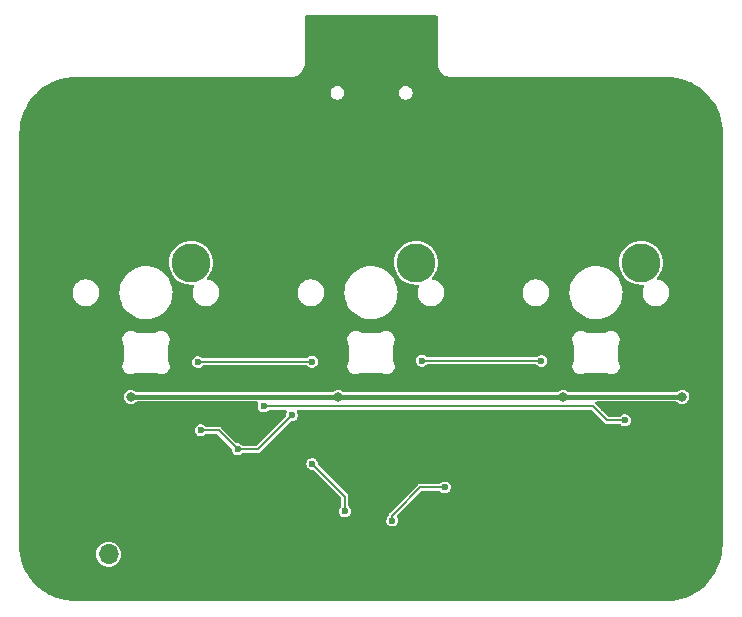
<source format=gbr>
%TF.GenerationSoftware,KiCad,Pcbnew,(6.0.5)*%
%TF.CreationDate,2022-07-04T16:26:11+08:00*%
%TF.ProjectId,RP2040-3k,52503230-3430-42d3-936b-2e6b69636164,rev?*%
%TF.SameCoordinates,Original*%
%TF.FileFunction,Copper,L2,Bot*%
%TF.FilePolarity,Positive*%
%FSLAX46Y46*%
G04 Gerber Fmt 4.6, Leading zero omitted, Abs format (unit mm)*
G04 Created by KiCad (PCBNEW (6.0.5)) date 2022-07-04 16:26:11*
%MOMM*%
%LPD*%
G01*
G04 APERTURE LIST*
%TA.AperFunction,ComponentPad*%
%ADD10C,0.600000*%
%TD*%
%TA.AperFunction,ComponentPad*%
%ADD11R,1.700000X1.700000*%
%TD*%
%TA.AperFunction,ComponentPad*%
%ADD12O,1.700000X1.700000*%
%TD*%
%TA.AperFunction,ComponentPad*%
%ADD13C,3.300000*%
%TD*%
%TA.AperFunction,ComponentPad*%
%ADD14O,1.000000X1.600000*%
%TD*%
%TA.AperFunction,ComponentPad*%
%ADD15O,1.000000X2.100000*%
%TD*%
%TA.AperFunction,ViaPad*%
%ADD16C,0.800000*%
%TD*%
%TA.AperFunction,ViaPad*%
%ADD17C,0.600000*%
%TD*%
%TA.AperFunction,Conductor*%
%ADD18C,0.381000*%
%TD*%
%TA.AperFunction,Conductor*%
%ADD19C,0.200000*%
%TD*%
G04 APERTURE END LIST*
D10*
%TO.P,U4,57,GND*%
%TO.N,GND*%
X82005000Y-77783750D03*
X83280000Y-76508750D03*
X83280000Y-75233750D03*
X84555000Y-75233750D03*
X83280000Y-77783750D03*
X84555000Y-77783750D03*
X82005000Y-76508750D03*
X84555000Y-76508750D03*
X82005000Y-75233750D03*
%TD*%
D11*
%TO.P,J2,1,Pin_1*%
%TO.N,GND*%
X61090000Y-78820000D03*
D12*
%TO.P,J2,2,Pin_2*%
%TO.N,/~{USB_BOOT}*%
X61090000Y-81360000D03*
%TD*%
D13*
%TO.P,SW1,1,1*%
%TO.N,COL0*%
X68060375Y-56670000D03*
%TO.P,SW1,2,2*%
%TO.N,GND*%
X61710375Y-54130000D03*
%TD*%
%TO.P,SW2,1,1*%
%TO.N,COL1*%
X87110375Y-56670000D03*
%TO.P,SW2,2,2*%
%TO.N,GND*%
X80760375Y-54130000D03*
%TD*%
%TO.P,SW3,1,1*%
%TO.N,COL2*%
X106160375Y-56670000D03*
%TO.P,SW3,2,2*%
%TO.N,GND*%
X99810375Y-54130000D03*
%TD*%
D14*
%TO.P,J1,S1,SHIELD*%
%TO.N,GND*%
X79023750Y-38637500D03*
X87663750Y-38637500D03*
D15*
X79023750Y-42817500D03*
X87663750Y-42817500D03*
%TD*%
D16*
%TO.N,+5V*%
X109660000Y-68020000D03*
X62970000Y-68030000D03*
X80540000Y-68020000D03*
X99580000Y-68020000D03*
%TO.N,GND*%
X87884000Y-45212000D03*
D17*
X56081625Y-54155000D03*
X94206625Y-54130000D03*
X73750000Y-76980000D03*
X106406625Y-63530000D03*
X101481625Y-67080000D03*
X87531625Y-63555000D03*
X84253375Y-83198750D03*
D16*
X78770000Y-45420000D03*
D17*
X88111250Y-77865000D03*
X103056625Y-68930000D03*
X77618875Y-70713750D03*
X63456625Y-67080000D03*
X58231625Y-68905000D03*
X99270000Y-76440000D03*
X73538750Y-70648750D03*
X65504500Y-71216250D03*
X69510000Y-82430000D03*
X82456625Y-67094020D03*
D16*
X87122000Y-47244000D03*
D17*
X68331625Y-63580000D03*
X74931625Y-54155000D03*
X94186250Y-73415000D03*
X106156625Y-75230000D03*
X110520000Y-75090000D03*
X85260000Y-70810000D03*
%TO.N,+3V3*%
X68890000Y-70850000D03*
X72000000Y-72460000D03*
X76590000Y-69600000D03*
%TO.N,+1V1*%
X85096710Y-78497649D03*
X78330000Y-73710000D03*
X89547089Y-75696339D03*
X81090000Y-77720000D03*
%TO.N,Net-(LED1-Pad2)*%
X97730000Y-64990000D03*
X87610000Y-64970000D03*
%TO.N,Net-(LED2-Pad2)*%
X68640000Y-65080000D03*
X78300000Y-65050000D03*
%TO.N,Net-(D1-Pad2)*%
X104800000Y-70010000D03*
X74200000Y-68840000D03*
%TD*%
D18*
%TO.N,+5V*%
X109660000Y-68020000D02*
X99580000Y-68020000D01*
X62980000Y-68020000D02*
X62970000Y-68030000D01*
X99580000Y-68020000D02*
X80540000Y-68020000D01*
X80540000Y-68020000D02*
X62980000Y-68020000D01*
%TO.N,GND*%
X87122000Y-45974000D02*
X87884000Y-45212000D01*
X87122000Y-47244000D02*
X87122000Y-45974000D01*
D19*
%TO.N,+3V3*%
X76590000Y-69600000D02*
X73730000Y-72460000D01*
X73730000Y-72460000D02*
X72000000Y-72460000D01*
X70390000Y-70850000D02*
X68890000Y-70850000D01*
X72000000Y-72460000D02*
X70390000Y-70850000D01*
%TO.N,+1V1*%
X81090000Y-76470000D02*
X81090000Y-77720000D01*
X78330000Y-73710000D02*
X81090000Y-76470000D01*
X87473661Y-75696339D02*
X85400000Y-77770000D01*
X85096710Y-78073290D02*
X85096710Y-78497649D01*
X85400000Y-77770000D02*
X85096710Y-78073290D01*
X89547089Y-75696339D02*
X87473661Y-75696339D01*
%TO.N,Net-(LED1-Pad2)*%
X87610000Y-64970000D02*
X97710000Y-64970000D01*
X97710000Y-64970000D02*
X97730000Y-64990000D01*
%TO.N,Net-(LED2-Pad2)*%
X68670000Y-65050000D02*
X68640000Y-65080000D01*
X78300000Y-65050000D02*
X68670000Y-65050000D01*
%TO.N,Net-(D1-Pad2)*%
X74200000Y-68840000D02*
X102118787Y-68840000D01*
X103288787Y-70010000D02*
X104800000Y-70010000D01*
X102118787Y-68840000D02*
X103288787Y-70010000D01*
%TD*%
%TA.AperFunction,Conductor*%
%TO.N,GND*%
G36*
X88891621Y-35750502D02*
G01*
X88938114Y-35804158D01*
X88949500Y-35856500D01*
X88949500Y-39705044D01*
X88946163Y-39733849D01*
X88945980Y-39734627D01*
X88945979Y-39734634D01*
X88944348Y-39741580D01*
X88944345Y-39742298D01*
X88945906Y-39749236D01*
X88946677Y-39756305D01*
X88946475Y-39756327D01*
X88947160Y-39760902D01*
X88960009Y-39930889D01*
X88961142Y-39935682D01*
X88961142Y-39935683D01*
X88961780Y-39938380D01*
X89003511Y-40114944D01*
X89075198Y-40289957D01*
X89173313Y-40451641D01*
X89176501Y-40455411D01*
X89176504Y-40455414D01*
X89243094Y-40534138D01*
X89295453Y-40596038D01*
X89438626Y-40719610D01*
X89599326Y-40819330D01*
X89603881Y-40821249D01*
X89603883Y-40821250D01*
X89625337Y-40830288D01*
X89773616Y-40892756D01*
X89778406Y-40893939D01*
X89778410Y-40893940D01*
X89866860Y-40915778D01*
X89957228Y-40938089D01*
X89962142Y-40938510D01*
X89962144Y-40938510D01*
X90125862Y-40952525D01*
X90130877Y-40953335D01*
X90130904Y-40953117D01*
X90137989Y-40953983D01*
X90144936Y-40955645D01*
X90145654Y-40955651D01*
X90155578Y-40953461D01*
X90182731Y-40950500D01*
X108292920Y-40950500D01*
X108310242Y-40952466D01*
X108315811Y-40952476D01*
X108329641Y-40955656D01*
X108343482Y-40952524D01*
X108357669Y-40952549D01*
X108357669Y-40952772D01*
X108365651Y-40952057D01*
X108681291Y-40965837D01*
X108741937Y-40968485D01*
X108752885Y-40969443D01*
X109156245Y-41022546D01*
X109167053Y-41024452D01*
X109564242Y-41112507D01*
X109574859Y-41115352D01*
X109962861Y-41237689D01*
X109973175Y-41241442D01*
X110349063Y-41397140D01*
X110359007Y-41401778D01*
X110719867Y-41589629D01*
X110729387Y-41595125D01*
X111072499Y-41813712D01*
X111081503Y-41820016D01*
X111404272Y-42067685D01*
X111412689Y-42074749D01*
X111653803Y-42295688D01*
X111712632Y-42349595D01*
X111720401Y-42357364D01*
X111915340Y-42570103D01*
X111995249Y-42657308D01*
X112002312Y-42665725D01*
X112030897Y-42702977D01*
X112249984Y-42988497D01*
X112256288Y-42997501D01*
X112474875Y-43340613D01*
X112480370Y-43350132D01*
X112480386Y-43350161D01*
X112668218Y-43710984D01*
X112672860Y-43720937D01*
X112828555Y-44096817D01*
X112832314Y-44107146D01*
X112954648Y-44495140D01*
X112957493Y-44505757D01*
X112958476Y-44510190D01*
X113045546Y-44902938D01*
X113047454Y-44913755D01*
X113099753Y-45311005D01*
X113100557Y-45317114D01*
X113101515Y-45328064D01*
X113117919Y-45703780D01*
X113117201Y-45711624D01*
X113117549Y-45711625D01*
X113117524Y-45725811D01*
X113114344Y-45739641D01*
X113117476Y-45753482D01*
X113117467Y-45758572D01*
X113119454Y-45776459D01*
X113097328Y-63482482D01*
X113076092Y-80476726D01*
X113076084Y-80482925D01*
X113074065Y-80500639D01*
X113074057Y-80505873D01*
X113070881Y-80519704D01*
X113074017Y-80533544D01*
X113073996Y-80547731D01*
X113073774Y-80547731D01*
X113074492Y-80555711D01*
X113058171Y-80932453D01*
X113057218Y-80943397D01*
X113004216Y-81347228D01*
X113002313Y-81358046D01*
X112914342Y-81755717D01*
X112911504Y-81766329D01*
X112789233Y-82154826D01*
X112785482Y-82165150D01*
X112629833Y-82541534D01*
X112625196Y-82551492D01*
X112437368Y-82912869D01*
X112431888Y-82922377D01*
X112213275Y-83266059D01*
X112206995Y-83275041D01*
X111959295Y-83598356D01*
X111952240Y-83606777D01*
X111677327Y-83907284D01*
X111669567Y-83915057D01*
X111369527Y-84190479D01*
X111361126Y-84197542D01*
X111038213Y-84445802D01*
X111029249Y-84452091D01*
X110758777Y-84624781D01*
X110685950Y-84671279D01*
X110676444Y-84676780D01*
X110645814Y-84692766D01*
X110315378Y-84865224D01*
X110305428Y-84869877D01*
X109929319Y-85026159D01*
X109919002Y-85029928D01*
X109530701Y-85152861D01*
X109520097Y-85155716D01*
X109122578Y-85244359D01*
X109111778Y-85246279D01*
X108837391Y-85282764D01*
X108708031Y-85299965D01*
X108697090Y-85300937D01*
X108320946Y-85317871D01*
X108313094Y-85317165D01*
X108313094Y-85317510D01*
X108298906Y-85317505D01*
X108285074Y-85314344D01*
X108271242Y-85317494D01*
X108266125Y-85317492D01*
X108248266Y-85319500D01*
X58331104Y-85319500D01*
X58312327Y-85317425D01*
X58307989Y-85317443D01*
X58294141Y-85314345D01*
X58280321Y-85317559D01*
X58266129Y-85317618D01*
X58266128Y-85317391D01*
X58258153Y-85318154D01*
X58191122Y-85315618D01*
X57881601Y-85303907D01*
X57870619Y-85303009D01*
X57577500Y-85266089D01*
X57466819Y-85252148D01*
X57455963Y-85250296D01*
X57058153Y-85164350D01*
X57047504Y-85161557D01*
X56833221Y-85095212D01*
X56658718Y-85041183D01*
X56648345Y-85037467D01*
X56271567Y-84883588D01*
X56261562Y-84878982D01*
X55899649Y-84692763D01*
X55890087Y-84687300D01*
X55869373Y-84674235D01*
X55545857Y-84470190D01*
X55536814Y-84463919D01*
X55212836Y-84217541D01*
X55204379Y-84210505D01*
X54903183Y-83936779D01*
X54895361Y-83929019D01*
X54619240Y-83630035D01*
X54612125Y-83621621D01*
X54597510Y-83602719D01*
X54363168Y-83299638D01*
X54356833Y-83290660D01*
X54136956Y-82948154D01*
X54131416Y-82938631D01*
X53942313Y-82578241D01*
X53937625Y-82568269D01*
X53780734Y-82192740D01*
X53776935Y-82182398D01*
X53768156Y-82154826D01*
X53653448Y-81794582D01*
X53650570Y-81783958D01*
X53646614Y-81766329D01*
X53561443Y-81386854D01*
X53559502Y-81376008D01*
X53555379Y-81345262D01*
X60034520Y-81345262D01*
X60051759Y-81550553D01*
X60108544Y-81748586D01*
X60111359Y-81754063D01*
X60111360Y-81754066D01*
X60148370Y-81826080D01*
X60202712Y-81931818D01*
X60330677Y-82093270D01*
X60335370Y-82097264D01*
X60335371Y-82097265D01*
X60466015Y-82208451D01*
X60487564Y-82226791D01*
X60667398Y-82327297D01*
X60762238Y-82358113D01*
X60857471Y-82389056D01*
X60857475Y-82389057D01*
X60863329Y-82390959D01*
X61067894Y-82415351D01*
X61074029Y-82414879D01*
X61074031Y-82414879D01*
X61130039Y-82410569D01*
X61273300Y-82399546D01*
X61279230Y-82397890D01*
X61279232Y-82397890D01*
X61465797Y-82345800D01*
X61465796Y-82345800D01*
X61471725Y-82344145D01*
X61477214Y-82341372D01*
X61477220Y-82341370D01*
X61650116Y-82254033D01*
X61655610Y-82251258D01*
X61817951Y-82124424D01*
X61952564Y-81968472D01*
X61973387Y-81931818D01*
X62051276Y-81794707D01*
X62054323Y-81789344D01*
X62119351Y-81593863D01*
X62145171Y-81389474D01*
X62145583Y-81360000D01*
X62125480Y-81154970D01*
X62065935Y-80957749D01*
X61969218Y-80775849D01*
X61895859Y-80685902D01*
X61842906Y-80620975D01*
X61842903Y-80620972D01*
X61839011Y-80616200D01*
X61802159Y-80585713D01*
X61685025Y-80488811D01*
X61685021Y-80488809D01*
X61680275Y-80484882D01*
X61499055Y-80386897D01*
X61302254Y-80325977D01*
X61296129Y-80325333D01*
X61296128Y-80325333D01*
X61103498Y-80305087D01*
X61103496Y-80305087D01*
X61097369Y-80304443D01*
X61010529Y-80312346D01*
X60898342Y-80322555D01*
X60898339Y-80322556D01*
X60892203Y-80323114D01*
X60694572Y-80381280D01*
X60512002Y-80476726D01*
X60507201Y-80480586D01*
X60507198Y-80480588D01*
X60386100Y-80577953D01*
X60351447Y-80605815D01*
X60219024Y-80763630D01*
X60216056Y-80769028D01*
X60216053Y-80769033D01*
X60122743Y-80938765D01*
X60119776Y-80944162D01*
X60057484Y-81140532D01*
X60056798Y-81146649D01*
X60056797Y-81146653D01*
X60035207Y-81339137D01*
X60034520Y-81345262D01*
X53555379Y-81345262D01*
X53505408Y-80972630D01*
X53504422Y-80961656D01*
X53495090Y-80758177D01*
X53487180Y-80585710D01*
X53487873Y-80577953D01*
X53487511Y-80577953D01*
X53487506Y-80563763D01*
X53490656Y-80549930D01*
X53487496Y-80536099D01*
X53487494Y-80530556D01*
X53485547Y-80513196D01*
X53485564Y-80500639D01*
X53488162Y-78491472D01*
X84591101Y-78491472D01*
X84592265Y-78500374D01*
X84592265Y-78500377D01*
X84593524Y-78510003D01*
X84609690Y-78633628D01*
X84667430Y-78764852D01*
X84673207Y-78771725D01*
X84673208Y-78771726D01*
X84680502Y-78780403D01*
X84759680Y-78874597D01*
X84879023Y-78954039D01*
X85015867Y-78996791D01*
X85024839Y-78996955D01*
X85024842Y-78996956D01*
X85090173Y-78998153D01*
X85159209Y-78999419D01*
X85168243Y-78996956D01*
X85288868Y-78964070D01*
X85288870Y-78964069D01*
X85297527Y-78961709D01*
X85419701Y-78886694D01*
X85515910Y-78780403D01*
X85578420Y-78651382D01*
X85602206Y-78510003D01*
X85602357Y-78497649D01*
X85582033Y-78355731D01*
X85522694Y-78225221D01*
X85516836Y-78218422D01*
X85516695Y-78218202D01*
X85496844Y-78150037D01*
X85516998Y-78081960D01*
X85533749Y-78061222D01*
X87561227Y-76033744D01*
X87623539Y-75999718D01*
X87650322Y-75996839D01*
X89087110Y-75996839D01*
X89155231Y-76016841D01*
X89183559Y-76041761D01*
X89210059Y-76073287D01*
X89329402Y-76152729D01*
X89466246Y-76195481D01*
X89475218Y-76195645D01*
X89475221Y-76195646D01*
X89540552Y-76196843D01*
X89609588Y-76198109D01*
X89618622Y-76195646D01*
X89739247Y-76162760D01*
X89739249Y-76162759D01*
X89747906Y-76160399D01*
X89870080Y-76085384D01*
X89966289Y-75979093D01*
X90028799Y-75850072D01*
X90052585Y-75708693D01*
X90052736Y-75696339D01*
X90032412Y-75554421D01*
X89973073Y-75423911D01*
X89949458Y-75396505D01*
X89885349Y-75322102D01*
X89885346Y-75322099D01*
X89879489Y-75315302D01*
X89759184Y-75237324D01*
X89621828Y-75196246D01*
X89612852Y-75196191D01*
X89612851Y-75196191D01*
X89552644Y-75195823D01*
X89478465Y-75195370D01*
X89340618Y-75234767D01*
X89219369Y-75311269D01*
X89213427Y-75317997D01*
X89182297Y-75353246D01*
X89122212Y-75391064D01*
X89087855Y-75395839D01*
X87526033Y-75395839D01*
X87523356Y-75395642D01*
X87518319Y-75393913D01*
X87506698Y-75394349D01*
X87506696Y-75394349D01*
X87469391Y-75395750D01*
X87464664Y-75395839D01*
X87445713Y-75395839D01*
X87440980Y-75396721D01*
X87437453Y-75396949D01*
X87418081Y-75397676D01*
X87418079Y-75397677D01*
X87406453Y-75398113D01*
X87395761Y-75402707D01*
X87391158Y-75403744D01*
X87379448Y-75407301D01*
X87375045Y-75409000D01*
X87363608Y-75411130D01*
X87353707Y-75417233D01*
X87353704Y-75417234D01*
X87342617Y-75424068D01*
X87326246Y-75432572D01*
X87311770Y-75438792D01*
X87311768Y-75438793D01*
X87303599Y-75442303D01*
X87298713Y-75446316D01*
X87296530Y-75448499D01*
X87294254Y-75450563D01*
X87294108Y-75450402D01*
X87285112Y-75457514D01*
X87278217Y-75463766D01*
X87268313Y-75469871D01*
X87251745Y-75491659D01*
X87240551Y-75504478D01*
X84921258Y-77823771D01*
X84919224Y-77825527D01*
X84914441Y-77827865D01*
X84906529Y-77836394D01*
X84906528Y-77836395D01*
X84881137Y-77863767D01*
X84877857Y-77867172D01*
X84864462Y-77880567D01*
X84861738Y-77884537D01*
X84859413Y-77887185D01*
X84846218Y-77901409D01*
X84846216Y-77901412D01*
X84838309Y-77909936D01*
X84833999Y-77920740D01*
X84831477Y-77924729D01*
X84825716Y-77935517D01*
X84823799Y-77939842D01*
X84817218Y-77949436D01*
X84814532Y-77960755D01*
X84814531Y-77960757D01*
X84811527Y-77973417D01*
X84805962Y-77991014D01*
X84800122Y-78005652D01*
X84796827Y-78013912D01*
X84796210Y-78020205D01*
X84796210Y-78023284D01*
X84796060Y-78026357D01*
X84795844Y-78026346D01*
X84794511Y-78037733D01*
X84794290Y-78042247D01*
X84793827Y-78043580D01*
X84792805Y-78052309D01*
X84791370Y-78058356D01*
X84788895Y-78057769D01*
X84770982Y-78109308D01*
X84762884Y-78119493D01*
X84674087Y-78220037D01*
X84613157Y-78349812D01*
X84591101Y-78491472D01*
X53488162Y-78491472D01*
X53494353Y-73703823D01*
X77824391Y-73703823D01*
X77825555Y-73712725D01*
X77825555Y-73712728D01*
X77826814Y-73722354D01*
X77842980Y-73845979D01*
X77900720Y-73977203D01*
X77992970Y-74086948D01*
X78112313Y-74166390D01*
X78249157Y-74209142D01*
X78258129Y-74209306D01*
X78258132Y-74209307D01*
X78340168Y-74210811D01*
X78356232Y-74211105D01*
X78423974Y-74232353D01*
X78443017Y-74247989D01*
X80752595Y-76557567D01*
X80786621Y-76619879D01*
X80789500Y-76646662D01*
X80789500Y-77256435D01*
X80769498Y-77324556D01*
X80757943Y-77339841D01*
X80667377Y-77442388D01*
X80606447Y-77572163D01*
X80584391Y-77713823D01*
X80585555Y-77722725D01*
X80585555Y-77722728D01*
X80586814Y-77732354D01*
X80602980Y-77855979D01*
X80660720Y-77987203D01*
X80666497Y-77994076D01*
X80666498Y-77994077D01*
X80673792Y-78002754D01*
X80752970Y-78096948D01*
X80872313Y-78176390D01*
X81009157Y-78219142D01*
X81018129Y-78219306D01*
X81018132Y-78219307D01*
X81083463Y-78220504D01*
X81152499Y-78221770D01*
X81161533Y-78219307D01*
X81282158Y-78186421D01*
X81282160Y-78186420D01*
X81290817Y-78184060D01*
X81412991Y-78109045D01*
X81509200Y-78002754D01*
X81571710Y-77873733D01*
X81595496Y-77732354D01*
X81595647Y-77720000D01*
X81575323Y-77578082D01*
X81515984Y-77447572D01*
X81422400Y-77338963D01*
X81424932Y-77336781D01*
X81395491Y-77290645D01*
X81390500Y-77255535D01*
X81390500Y-76522366D01*
X81390696Y-76519693D01*
X81392425Y-76514658D01*
X81390589Y-76465744D01*
X81390500Y-76461018D01*
X81390500Y-76442052D01*
X81389619Y-76437317D01*
X81389390Y-76433790D01*
X81388662Y-76414415D01*
X81388226Y-76402791D01*
X81383634Y-76392104D01*
X81382595Y-76387492D01*
X81379043Y-76375800D01*
X81377339Y-76371383D01*
X81375209Y-76359947D01*
X81362272Y-76338959D01*
X81353769Y-76322589D01*
X81347549Y-76308112D01*
X81347547Y-76308108D01*
X81344036Y-76299937D01*
X81340022Y-76295051D01*
X81337837Y-76292866D01*
X81335785Y-76290603D01*
X81335945Y-76290458D01*
X81328825Y-76281451D01*
X81322573Y-76274556D01*
X81316468Y-76264652D01*
X81294680Y-76248084D01*
X81281861Y-76236890D01*
X78871204Y-73826233D01*
X78837178Y-73763921D01*
X78834830Y-73726313D01*
X78835496Y-73722354D01*
X78835647Y-73710000D01*
X78815323Y-73568082D01*
X78755984Y-73437572D01*
X78737598Y-73416234D01*
X78668260Y-73335763D01*
X78668257Y-73335760D01*
X78662400Y-73328963D01*
X78542095Y-73250985D01*
X78404739Y-73209907D01*
X78395763Y-73209852D01*
X78395762Y-73209852D01*
X78335555Y-73209484D01*
X78261376Y-73209031D01*
X78123529Y-73248428D01*
X78002280Y-73324930D01*
X77907377Y-73432388D01*
X77846447Y-73562163D01*
X77824391Y-73703823D01*
X53494353Y-73703823D01*
X53501690Y-68030000D01*
X62364318Y-68030000D01*
X62365396Y-68038188D01*
X62382562Y-68168574D01*
X62384956Y-68186762D01*
X62445464Y-68332841D01*
X62541718Y-68458282D01*
X62667159Y-68554536D01*
X62813238Y-68615044D01*
X62970000Y-68635682D01*
X62978188Y-68634604D01*
X63118574Y-68616122D01*
X63126762Y-68615044D01*
X63272841Y-68554536D01*
X63398282Y-68458282D01*
X63403311Y-68451729D01*
X63407132Y-68447907D01*
X63469444Y-68413880D01*
X63496230Y-68411000D01*
X73650100Y-68411000D01*
X73718221Y-68431002D01*
X73764714Y-68484658D01*
X73774818Y-68554932D01*
X73764155Y-68590549D01*
X73748166Y-68624604D01*
X73716447Y-68692163D01*
X73694391Y-68833823D01*
X73712980Y-68975979D01*
X73770720Y-69107203D01*
X73776497Y-69114076D01*
X73776498Y-69114077D01*
X73815522Y-69160502D01*
X73862970Y-69216948D01*
X73982313Y-69296390D01*
X74119157Y-69339142D01*
X74128129Y-69339306D01*
X74128132Y-69339307D01*
X74193463Y-69340504D01*
X74262499Y-69341770D01*
X74271533Y-69339307D01*
X74392158Y-69306421D01*
X74392160Y-69306420D01*
X74400817Y-69304060D01*
X74522991Y-69229045D01*
X74533941Y-69216948D01*
X74565623Y-69181946D01*
X74626166Y-69144864D01*
X74659039Y-69140500D01*
X76054858Y-69140500D01*
X76122979Y-69160502D01*
X76169472Y-69214158D01*
X76179576Y-69284432D01*
X76165533Y-69321522D01*
X76167377Y-69322388D01*
X76106447Y-69452163D01*
X76105066Y-69461035D01*
X76091061Y-69550985D01*
X76084391Y-69593823D01*
X76086383Y-69609054D01*
X76075384Y-69679191D01*
X76050542Y-69714486D01*
X73642434Y-72122595D01*
X73580122Y-72156620D01*
X73553339Y-72159500D01*
X72459549Y-72159500D01*
X72391428Y-72139498D01*
X72364096Y-72115748D01*
X72338259Y-72085763D01*
X72332400Y-72078963D01*
X72212095Y-72000985D01*
X72074739Y-71959907D01*
X72065763Y-71959852D01*
X72065762Y-71959852D01*
X72026987Y-71959615D01*
X71975694Y-71959302D01*
X71907698Y-71938884D01*
X71887370Y-71922399D01*
X70639519Y-70674548D01*
X70637763Y-70672514D01*
X70635425Y-70667731D01*
X70599523Y-70634427D01*
X70596118Y-70631147D01*
X70582723Y-70617752D01*
X70578753Y-70615028D01*
X70576105Y-70612703D01*
X70561881Y-70599508D01*
X70561878Y-70599506D01*
X70553354Y-70591599D01*
X70542550Y-70587289D01*
X70538561Y-70584767D01*
X70527773Y-70579006D01*
X70523448Y-70577089D01*
X70513854Y-70570508D01*
X70502535Y-70567822D01*
X70502533Y-70567821D01*
X70489873Y-70564817D01*
X70472276Y-70559252D01*
X70457638Y-70553412D01*
X70457635Y-70553411D01*
X70449378Y-70550117D01*
X70443085Y-70549500D01*
X70440006Y-70549500D01*
X70436933Y-70549350D01*
X70436944Y-70549134D01*
X70425569Y-70547802D01*
X70416254Y-70547346D01*
X70404934Y-70544660D01*
X70393405Y-70546229D01*
X70393404Y-70546229D01*
X70377827Y-70548349D01*
X70360836Y-70549500D01*
X69349549Y-70549500D01*
X69281428Y-70529498D01*
X69254096Y-70505748D01*
X69228259Y-70475763D01*
X69222400Y-70468963D01*
X69102095Y-70390985D01*
X68964739Y-70349907D01*
X68955763Y-70349852D01*
X68955762Y-70349852D01*
X68895555Y-70349484D01*
X68821376Y-70349031D01*
X68683529Y-70388428D01*
X68562280Y-70464930D01*
X68556338Y-70471658D01*
X68556337Y-70471659D01*
X68526231Y-70505748D01*
X68467377Y-70572388D01*
X68406447Y-70702163D01*
X68384391Y-70843823D01*
X68402980Y-70985979D01*
X68460720Y-71117203D01*
X68552970Y-71226948D01*
X68672313Y-71306390D01*
X68809157Y-71349142D01*
X68818129Y-71349306D01*
X68818132Y-71349307D01*
X68883463Y-71350504D01*
X68952499Y-71351770D01*
X68961533Y-71349307D01*
X69082158Y-71316421D01*
X69082160Y-71316420D01*
X69090817Y-71314060D01*
X69212991Y-71239045D01*
X69223941Y-71226948D01*
X69255623Y-71191946D01*
X69316166Y-71154864D01*
X69349039Y-71150500D01*
X70213339Y-71150500D01*
X70281460Y-71170502D01*
X70302434Y-71187405D01*
X71459173Y-72344144D01*
X71493199Y-72406456D01*
X71494080Y-72435956D01*
X71495882Y-72435978D01*
X71495772Y-72444951D01*
X71494391Y-72453823D01*
X71512980Y-72595979D01*
X71570720Y-72727203D01*
X71576497Y-72734076D01*
X71576498Y-72734077D01*
X71600327Y-72762425D01*
X71662970Y-72836948D01*
X71782313Y-72916390D01*
X71919157Y-72959142D01*
X71928129Y-72959306D01*
X71928132Y-72959307D01*
X71993463Y-72960504D01*
X72062499Y-72961770D01*
X72071533Y-72959307D01*
X72192158Y-72926421D01*
X72192160Y-72926420D01*
X72200817Y-72924060D01*
X72322991Y-72849045D01*
X72333941Y-72836948D01*
X72365623Y-72801946D01*
X72426166Y-72764864D01*
X72459039Y-72760500D01*
X73677634Y-72760500D01*
X73680307Y-72760696D01*
X73685342Y-72762425D01*
X73696964Y-72761989D01*
X73696966Y-72761989D01*
X73734255Y-72760589D01*
X73738981Y-72760500D01*
X73757948Y-72760500D01*
X73762683Y-72759618D01*
X73766209Y-72759390D01*
X73769949Y-72759249D01*
X73797208Y-72758226D01*
X73807893Y-72753636D01*
X73812493Y-72752599D01*
X73824214Y-72749038D01*
X73828617Y-72747339D01*
X73840053Y-72745209D01*
X73861041Y-72732272D01*
X73877411Y-72723769D01*
X73891888Y-72717549D01*
X73891892Y-72717547D01*
X73900063Y-72714036D01*
X73904949Y-72710022D01*
X73907134Y-72707837D01*
X73909397Y-72705785D01*
X73909542Y-72705945D01*
X73918549Y-72698825D01*
X73925444Y-72692573D01*
X73935348Y-72686468D01*
X73951916Y-72664680D01*
X73963110Y-72651861D01*
X76477843Y-70137128D01*
X76540155Y-70103102D01*
X76569247Y-70100244D01*
X76606711Y-70100930D01*
X76652499Y-70101770D01*
X76661163Y-70099408D01*
X76782158Y-70066421D01*
X76782160Y-70066420D01*
X76790817Y-70064060D01*
X76912991Y-69989045D01*
X77009200Y-69882754D01*
X77071710Y-69753733D01*
X77095496Y-69612354D01*
X77095647Y-69600000D01*
X77082627Y-69509086D01*
X77076596Y-69466968D01*
X77076595Y-69466965D01*
X77075323Y-69458082D01*
X77068937Y-69444036D01*
X77019698Y-69335740D01*
X77019697Y-69335739D01*
X77015984Y-69327572D01*
X77016746Y-69327226D01*
X76998980Y-69266218D01*
X77019135Y-69198142D01*
X77072894Y-69151769D01*
X77124980Y-69140500D01*
X101942126Y-69140500D01*
X102010247Y-69160502D01*
X102031221Y-69177405D01*
X103039268Y-70185452D01*
X103041024Y-70187486D01*
X103043362Y-70192269D01*
X103051891Y-70200181D01*
X103051892Y-70200182D01*
X103079264Y-70225573D01*
X103082669Y-70228853D01*
X103096064Y-70242248D01*
X103100034Y-70244972D01*
X103102682Y-70247297D01*
X103125433Y-70268401D01*
X103136240Y-70272713D01*
X103140225Y-70275232D01*
X103151034Y-70281004D01*
X103155339Y-70282911D01*
X103164933Y-70289493D01*
X103188886Y-70295177D01*
X103188923Y-70295186D01*
X103206519Y-70300751D01*
X103229409Y-70309883D01*
X103235702Y-70310500D01*
X103238784Y-70310500D01*
X103241854Y-70310650D01*
X103241843Y-70310866D01*
X103253218Y-70312198D01*
X103262532Y-70312653D01*
X103273853Y-70315340D01*
X103285382Y-70313771D01*
X103285383Y-70313771D01*
X103300960Y-70311651D01*
X103317951Y-70310500D01*
X104340021Y-70310500D01*
X104408142Y-70330502D01*
X104436470Y-70355422D01*
X104462970Y-70386948D01*
X104582313Y-70466390D01*
X104719157Y-70509142D01*
X104728129Y-70509306D01*
X104728132Y-70509307D01*
X104793463Y-70510504D01*
X104862499Y-70511770D01*
X104871533Y-70509307D01*
X104992158Y-70476421D01*
X104992160Y-70476420D01*
X105000817Y-70474060D01*
X105122991Y-70399045D01*
X105130287Y-70390985D01*
X105198756Y-70315340D01*
X105219200Y-70292754D01*
X105264419Y-70199421D01*
X105277795Y-70171814D01*
X105277795Y-70171813D01*
X105281710Y-70163733D01*
X105305496Y-70022354D01*
X105305647Y-70010000D01*
X105288377Y-69889407D01*
X105286596Y-69876968D01*
X105286595Y-69876965D01*
X105285323Y-69868082D01*
X105225984Y-69737572D01*
X105206092Y-69714486D01*
X105138260Y-69635763D01*
X105138257Y-69635760D01*
X105132400Y-69628963D01*
X105012095Y-69550985D01*
X104874739Y-69509907D01*
X104865763Y-69509852D01*
X104865762Y-69509852D01*
X104805555Y-69509484D01*
X104731376Y-69509031D01*
X104593529Y-69548428D01*
X104472280Y-69624930D01*
X104466338Y-69631658D01*
X104435208Y-69666907D01*
X104375123Y-69704725D01*
X104340766Y-69709500D01*
X103465448Y-69709500D01*
X103397327Y-69689498D01*
X103376353Y-69672595D01*
X102368306Y-68664548D01*
X102366550Y-68662514D01*
X102364212Y-68657731D01*
X102333644Y-68629375D01*
X102297305Y-68568383D01*
X102299710Y-68497427D01*
X102340094Y-68439035D01*
X102405637Y-68411747D01*
X102419334Y-68411000D01*
X109143769Y-68411000D01*
X109211890Y-68431002D01*
X109229103Y-68444874D01*
X109231718Y-68448282D01*
X109357159Y-68544536D01*
X109503238Y-68605044D01*
X109660000Y-68625682D01*
X109668188Y-68624604D01*
X109808574Y-68606122D01*
X109816762Y-68605044D01*
X109962841Y-68544536D01*
X110088282Y-68448282D01*
X110095378Y-68439035D01*
X110179509Y-68329392D01*
X110184536Y-68322841D01*
X110245044Y-68176762D01*
X110265682Y-68020000D01*
X110255363Y-67941619D01*
X110246122Y-67871426D01*
X110245044Y-67863238D01*
X110184536Y-67717159D01*
X110088282Y-67591718D01*
X109962841Y-67495464D01*
X109816762Y-67434956D01*
X109660000Y-67414318D01*
X109503238Y-67434956D01*
X109357159Y-67495464D01*
X109231718Y-67591718D01*
X109230394Y-67593444D01*
X109170552Y-67626121D01*
X109143769Y-67629000D01*
X100096231Y-67629000D01*
X100028110Y-67608998D01*
X100010897Y-67595126D01*
X100008282Y-67591718D01*
X99882841Y-67495464D01*
X99736762Y-67434956D01*
X99580000Y-67414318D01*
X99423238Y-67434956D01*
X99277159Y-67495464D01*
X99151718Y-67591718D01*
X99150394Y-67593444D01*
X99090552Y-67626121D01*
X99063769Y-67629000D01*
X81056231Y-67629000D01*
X80988110Y-67608998D01*
X80970897Y-67595126D01*
X80968282Y-67591718D01*
X80842841Y-67495464D01*
X80696762Y-67434956D01*
X80540000Y-67414318D01*
X80383238Y-67434956D01*
X80237159Y-67495464D01*
X80111718Y-67591718D01*
X80110394Y-67593444D01*
X80050552Y-67626121D01*
X80023769Y-67629000D01*
X63476231Y-67629000D01*
X63408110Y-67608998D01*
X63398586Y-67601322D01*
X63398282Y-67601718D01*
X63279392Y-67510491D01*
X63272841Y-67505464D01*
X63126762Y-67444956D01*
X62970000Y-67424318D01*
X62813238Y-67444956D01*
X62667159Y-67505464D01*
X62541718Y-67601718D01*
X62445464Y-67727159D01*
X62384956Y-67873238D01*
X62364318Y-68030000D01*
X53501690Y-68030000D01*
X53505078Y-65409733D01*
X62247241Y-65409733D01*
X62247791Y-65416407D01*
X62247791Y-65416408D01*
X62251581Y-65462391D01*
X62259504Y-65558524D01*
X62261448Y-65564930D01*
X62261448Y-65564932D01*
X62271399Y-65597727D01*
X62302851Y-65701388D01*
X62375336Y-65831907D01*
X62379746Y-65836942D01*
X62379748Y-65836945D01*
X62455492Y-65923427D01*
X62473701Y-65944217D01*
X62479078Y-65948213D01*
X62588155Y-66029280D01*
X62588158Y-66029282D01*
X62593527Y-66033272D01*
X62729432Y-66095072D01*
X62875308Y-66126839D01*
X62882002Y-66126853D01*
X62882004Y-66126853D01*
X62950717Y-66126995D01*
X63024604Y-66127147D01*
X63031152Y-66125749D01*
X63031155Y-66125749D01*
X63125982Y-66105507D01*
X63170610Y-66095981D01*
X63289067Y-66042704D01*
X63296264Y-66039980D01*
X63300044Y-66038322D01*
X63306802Y-66036224D01*
X63307102Y-66036050D01*
X63307106Y-66036048D01*
X63307423Y-66035863D01*
X63312592Y-66031017D01*
X63314382Y-66029683D01*
X63335946Y-66016736D01*
X63336979Y-66016249D01*
X63342428Y-66013679D01*
X63363248Y-66006020D01*
X63392650Y-65998060D01*
X63414478Y-65994173D01*
X63428202Y-65992961D01*
X63439505Y-65992472D01*
X63441724Y-65992476D01*
X63455554Y-65995657D01*
X63469396Y-65992525D01*
X63474215Y-65992534D01*
X63492423Y-65990500D01*
X65007735Y-65990500D01*
X65025050Y-65992466D01*
X65030632Y-65992476D01*
X65044457Y-65995656D01*
X65058295Y-65992526D01*
X65062479Y-65992533D01*
X65073348Y-65993023D01*
X65086243Y-65994163D01*
X65108073Y-65998051D01*
X65137491Y-66006018D01*
X65158294Y-66013673D01*
X65164633Y-66016663D01*
X65186513Y-66029847D01*
X65187555Y-66030629D01*
X65192723Y-66035507D01*
X65193009Y-66035675D01*
X65193011Y-66035677D01*
X65193013Y-66035678D01*
X65193342Y-66035871D01*
X65200139Y-66038006D01*
X65204309Y-66039856D01*
X65210081Y-66042052D01*
X65324018Y-66093286D01*
X65324022Y-66093287D01*
X65330128Y-66096033D01*
X65336675Y-66097430D01*
X65469594Y-66125792D01*
X65469595Y-66125792D01*
X65476137Y-66127188D01*
X65482825Y-66127174D01*
X65482826Y-66127174D01*
X65547324Y-66127037D01*
X65625433Y-66126872D01*
X65771308Y-66095097D01*
X65798012Y-66082953D01*
X65901119Y-66036064D01*
X65901123Y-66036062D01*
X65907211Y-66033293D01*
X66027035Y-65944234D01*
X66125399Y-65831923D01*
X66197883Y-65701403D01*
X66241231Y-65558539D01*
X66246938Y-65489307D01*
X66252946Y-65416422D01*
X66252946Y-65416421D01*
X66253496Y-65409748D01*
X66234128Y-65261713D01*
X66190517Y-65139380D01*
X66188380Y-65131996D01*
X66187031Y-65128103D01*
X66185475Y-65121171D01*
X66185165Y-65120523D01*
X66180711Y-65114935D01*
X66178199Y-65110924D01*
X66167672Y-65090022D01*
X66167594Y-65089823D01*
X66162662Y-65073823D01*
X68134391Y-65073823D01*
X68135555Y-65082725D01*
X68135555Y-65082728D01*
X68140498Y-65120523D01*
X68152980Y-65215979D01*
X68170320Y-65255387D01*
X68195207Y-65311946D01*
X68210720Y-65347203D01*
X68216497Y-65354076D01*
X68216498Y-65354077D01*
X68291868Y-65443741D01*
X68302970Y-65456948D01*
X68422313Y-65536390D01*
X68559157Y-65579142D01*
X68568129Y-65579306D01*
X68568132Y-65579307D01*
X68633463Y-65580504D01*
X68702499Y-65581770D01*
X68711533Y-65579307D01*
X68832158Y-65546421D01*
X68832160Y-65546420D01*
X68840817Y-65544060D01*
X68962991Y-65469045D01*
X68976555Y-65454060D01*
X69032778Y-65391945D01*
X69093322Y-65354864D01*
X69126194Y-65350500D01*
X77840021Y-65350500D01*
X77908142Y-65370502D01*
X77936470Y-65395422D01*
X77962970Y-65426948D01*
X78007246Y-65456421D01*
X78056802Y-65489408D01*
X78082313Y-65506390D01*
X78219157Y-65549142D01*
X78228129Y-65549306D01*
X78228132Y-65549307D01*
X78293463Y-65550504D01*
X78362499Y-65551770D01*
X78371533Y-65549307D01*
X78492158Y-65516421D01*
X78492160Y-65516420D01*
X78500817Y-65514060D01*
X78622991Y-65439045D01*
X78649523Y-65409733D01*
X81297241Y-65409733D01*
X81297791Y-65416407D01*
X81297791Y-65416408D01*
X81301581Y-65462391D01*
X81309504Y-65558524D01*
X81311448Y-65564930D01*
X81311448Y-65564932D01*
X81321399Y-65597727D01*
X81352851Y-65701388D01*
X81425336Y-65831907D01*
X81429746Y-65836942D01*
X81429748Y-65836945D01*
X81505492Y-65923427D01*
X81523701Y-65944217D01*
X81529078Y-65948213D01*
X81638155Y-66029280D01*
X81638158Y-66029282D01*
X81643527Y-66033272D01*
X81779432Y-66095072D01*
X81925308Y-66126839D01*
X81932002Y-66126853D01*
X81932004Y-66126853D01*
X82000717Y-66126995D01*
X82074604Y-66127147D01*
X82081152Y-66125749D01*
X82081155Y-66125749D01*
X82175982Y-66105507D01*
X82220610Y-66095981D01*
X82339067Y-66042704D01*
X82346264Y-66039980D01*
X82350044Y-66038322D01*
X82356802Y-66036224D01*
X82357102Y-66036050D01*
X82357106Y-66036048D01*
X82357423Y-66035863D01*
X82362592Y-66031017D01*
X82364382Y-66029683D01*
X82385946Y-66016736D01*
X82386979Y-66016249D01*
X82392428Y-66013679D01*
X82413248Y-66006020D01*
X82442650Y-65998060D01*
X82464478Y-65994173D01*
X82478202Y-65992961D01*
X82489505Y-65992472D01*
X82491724Y-65992476D01*
X82505554Y-65995657D01*
X82519396Y-65992525D01*
X82524215Y-65992534D01*
X82542423Y-65990500D01*
X84057735Y-65990500D01*
X84075050Y-65992466D01*
X84080632Y-65992476D01*
X84094457Y-65995656D01*
X84108295Y-65992526D01*
X84112479Y-65992533D01*
X84123348Y-65993023D01*
X84136243Y-65994163D01*
X84158073Y-65998051D01*
X84187491Y-66006018D01*
X84208294Y-66013673D01*
X84214633Y-66016663D01*
X84236513Y-66029847D01*
X84237555Y-66030629D01*
X84242723Y-66035507D01*
X84243009Y-66035675D01*
X84243011Y-66035677D01*
X84243013Y-66035678D01*
X84243342Y-66035871D01*
X84250139Y-66038006D01*
X84254309Y-66039856D01*
X84260081Y-66042052D01*
X84374018Y-66093286D01*
X84374022Y-66093287D01*
X84380128Y-66096033D01*
X84386675Y-66097430D01*
X84519594Y-66125792D01*
X84519595Y-66125792D01*
X84526137Y-66127188D01*
X84532825Y-66127174D01*
X84532826Y-66127174D01*
X84597324Y-66127037D01*
X84675433Y-66126872D01*
X84821308Y-66095097D01*
X84848012Y-66082953D01*
X84951119Y-66036064D01*
X84951123Y-66036062D01*
X84957211Y-66033293D01*
X85077035Y-65944234D01*
X85175399Y-65831923D01*
X85247883Y-65701403D01*
X85291231Y-65558539D01*
X85296938Y-65489307D01*
X85302946Y-65416422D01*
X85302946Y-65416421D01*
X85303496Y-65409748D01*
X85284128Y-65261713D01*
X85240517Y-65139380D01*
X85238380Y-65131996D01*
X85237031Y-65128103D01*
X85235475Y-65121171D01*
X85235165Y-65120523D01*
X85230711Y-65114935D01*
X85228199Y-65110924D01*
X85217672Y-65090022D01*
X85217594Y-65089823D01*
X85212063Y-65071879D01*
X85212061Y-65071868D01*
X85206306Y-65046652D01*
X85203501Y-65028053D01*
X85203192Y-65023938D01*
X85202838Y-65014293D01*
X85202850Y-65007018D01*
X85206030Y-64993185D01*
X85202896Y-64979341D01*
X85202904Y-64974490D01*
X85201712Y-64963823D01*
X87104391Y-64963823D01*
X87105555Y-64972725D01*
X87105555Y-64972728D01*
X87110991Y-65014293D01*
X87122980Y-65105979D01*
X87126597Y-65114199D01*
X87169549Y-65211814D01*
X87180720Y-65237203D01*
X87186497Y-65244076D01*
X87186498Y-65244077D01*
X87241543Y-65309561D01*
X87272970Y-65346948D01*
X87392313Y-65426390D01*
X87529157Y-65469142D01*
X87538129Y-65469306D01*
X87538132Y-65469307D01*
X87603463Y-65470504D01*
X87672499Y-65471770D01*
X87681533Y-65469307D01*
X87802158Y-65436421D01*
X87802160Y-65436420D01*
X87810817Y-65434060D01*
X87932991Y-65359045D01*
X87939436Y-65351925D01*
X87975623Y-65311946D01*
X88036166Y-65274864D01*
X88069039Y-65270500D01*
X97253209Y-65270500D01*
X97321330Y-65290502D01*
X97349658Y-65315423D01*
X97392970Y-65366948D01*
X97512313Y-65446390D01*
X97649157Y-65489142D01*
X97658129Y-65489306D01*
X97658132Y-65489307D01*
X97723463Y-65490504D01*
X97792499Y-65491770D01*
X97801533Y-65489307D01*
X97922158Y-65456421D01*
X97922160Y-65456420D01*
X97930817Y-65454060D01*
X98003011Y-65409733D01*
X100347241Y-65409733D01*
X100347791Y-65416407D01*
X100347791Y-65416408D01*
X100351581Y-65462391D01*
X100359504Y-65558524D01*
X100361448Y-65564930D01*
X100361448Y-65564932D01*
X100371399Y-65597727D01*
X100402851Y-65701388D01*
X100475336Y-65831907D01*
X100479746Y-65836942D01*
X100479748Y-65836945D01*
X100555492Y-65923427D01*
X100573701Y-65944217D01*
X100579078Y-65948213D01*
X100688155Y-66029280D01*
X100688158Y-66029282D01*
X100693527Y-66033272D01*
X100829432Y-66095072D01*
X100975308Y-66126839D01*
X100982002Y-66126853D01*
X100982004Y-66126853D01*
X101050717Y-66126995D01*
X101124604Y-66127147D01*
X101131152Y-66125749D01*
X101131155Y-66125749D01*
X101225982Y-66105507D01*
X101270610Y-66095981D01*
X101389067Y-66042704D01*
X101396264Y-66039980D01*
X101400044Y-66038322D01*
X101406802Y-66036224D01*
X101407102Y-66036050D01*
X101407106Y-66036048D01*
X101407423Y-66035863D01*
X101412592Y-66031017D01*
X101414382Y-66029683D01*
X101435946Y-66016736D01*
X101436979Y-66016249D01*
X101442428Y-66013679D01*
X101463248Y-66006020D01*
X101492650Y-65998060D01*
X101514478Y-65994173D01*
X101528202Y-65992961D01*
X101539505Y-65992472D01*
X101541724Y-65992476D01*
X101555554Y-65995657D01*
X101569396Y-65992525D01*
X101574215Y-65992534D01*
X101592423Y-65990500D01*
X103107735Y-65990500D01*
X103125050Y-65992466D01*
X103130632Y-65992476D01*
X103144457Y-65995656D01*
X103158295Y-65992526D01*
X103162479Y-65992533D01*
X103173348Y-65993023D01*
X103186243Y-65994163D01*
X103208073Y-65998051D01*
X103237491Y-66006018D01*
X103258294Y-66013673D01*
X103264633Y-66016663D01*
X103286513Y-66029847D01*
X103287555Y-66030629D01*
X103292723Y-66035507D01*
X103293009Y-66035675D01*
X103293011Y-66035677D01*
X103293013Y-66035678D01*
X103293342Y-66035871D01*
X103300139Y-66038006D01*
X103304309Y-66039856D01*
X103310081Y-66042052D01*
X103424018Y-66093286D01*
X103424022Y-66093287D01*
X103430128Y-66096033D01*
X103436675Y-66097430D01*
X103569594Y-66125792D01*
X103569595Y-66125792D01*
X103576137Y-66127188D01*
X103582825Y-66127174D01*
X103582826Y-66127174D01*
X103647324Y-66127037D01*
X103725433Y-66126872D01*
X103871308Y-66095097D01*
X103898012Y-66082953D01*
X104001119Y-66036064D01*
X104001123Y-66036062D01*
X104007211Y-66033293D01*
X104127035Y-65944234D01*
X104225399Y-65831923D01*
X104297883Y-65701403D01*
X104341231Y-65558539D01*
X104346938Y-65489307D01*
X104352946Y-65416422D01*
X104352946Y-65416421D01*
X104353496Y-65409748D01*
X104334128Y-65261713D01*
X104290517Y-65139380D01*
X104288380Y-65131996D01*
X104287031Y-65128103D01*
X104285475Y-65121171D01*
X104285165Y-65120523D01*
X104280711Y-65114935D01*
X104278199Y-65110924D01*
X104267672Y-65090022D01*
X104267594Y-65089823D01*
X104262063Y-65071879D01*
X104262061Y-65071868D01*
X104256306Y-65046652D01*
X104253501Y-65028053D01*
X104253192Y-65023938D01*
X104252838Y-65014293D01*
X104252850Y-65007018D01*
X104256030Y-64993185D01*
X104252896Y-64979341D01*
X104252904Y-64974490D01*
X104250874Y-64956327D01*
X104250874Y-63624255D01*
X104252839Y-63606950D01*
X104252849Y-63601362D01*
X104256030Y-63587535D01*
X104252900Y-63573696D01*
X104252917Y-63564424D01*
X104253269Y-63555251D01*
X104253514Y-63551978D01*
X104256319Y-63533360D01*
X104262079Y-63508121D01*
X104267227Y-63491167D01*
X104267253Y-63491099D01*
X104278402Y-63468831D01*
X104280380Y-63465699D01*
X104284852Y-63460127D01*
X104285164Y-63459481D01*
X104286747Y-63452544D01*
X104287857Y-63449377D01*
X104290225Y-63441246D01*
X104331816Y-63324580D01*
X104334064Y-63318275D01*
X104353431Y-63170254D01*
X104341168Y-63021476D01*
X104339225Y-63015071D01*
X104299770Y-62885036D01*
X104299768Y-62885032D01*
X104297824Y-62878624D01*
X104225347Y-62748116D01*
X104126992Y-62635814D01*
X104007179Y-62546764D01*
X104001016Y-62543961D01*
X103973521Y-62531457D01*
X103871289Y-62484965D01*
X103725426Y-62453193D01*
X103648242Y-62453030D01*
X103582835Y-62452891D01*
X103582833Y-62452891D01*
X103576144Y-62452877D01*
X103569604Y-62454272D01*
X103569599Y-62454273D01*
X103492809Y-62470659D01*
X103430148Y-62484029D01*
X103424039Y-62486776D01*
X103311720Y-62537282D01*
X103304538Y-62540000D01*
X103300763Y-62541658D01*
X103293963Y-62543769D01*
X103293633Y-62543961D01*
X103293629Y-62543963D01*
X103293342Y-62544131D01*
X103288201Y-62548950D01*
X103286407Y-62550289D01*
X103264792Y-62563278D01*
X103258309Y-62566335D01*
X103237487Y-62573998D01*
X103208080Y-62581961D01*
X103186248Y-62585851D01*
X103172802Y-62587039D01*
X103161507Y-62587528D01*
X103159003Y-62587524D01*
X103145175Y-62584345D01*
X103131333Y-62587478D01*
X103126496Y-62587470D01*
X103108316Y-62589501D01*
X101592995Y-62589501D01*
X101575662Y-62587534D01*
X101570102Y-62587524D01*
X101556273Y-62584345D01*
X101542436Y-62587476D01*
X101538255Y-62587469D01*
X101527389Y-62586980D01*
X101514481Y-62585840D01*
X101492644Y-62581952D01*
X101463245Y-62573994D01*
X101442423Y-62566334D01*
X101436210Y-62563404D01*
X101414310Y-62550208D01*
X101413347Y-62549485D01*
X101413304Y-62549471D01*
X101408043Y-62544505D01*
X101407735Y-62544324D01*
X101407725Y-62544315D01*
X101407712Y-62544311D01*
X101407424Y-62544142D01*
X101400622Y-62542004D01*
X101397031Y-62540410D01*
X101390161Y-62537795D01*
X101276717Y-62486772D01*
X101276711Y-62486770D01*
X101270610Y-62484026D01*
X101264067Y-62482629D01*
X101264066Y-62482629D01*
X101131156Y-62454258D01*
X101131153Y-62454258D01*
X101124605Y-62452860D01*
X101050720Y-62453012D01*
X100982007Y-62453154D01*
X100982005Y-62453154D01*
X100975311Y-62453168D01*
X100909533Y-62467492D01*
X100835972Y-62483511D01*
X100835968Y-62483512D01*
X100829435Y-62484935D01*
X100823347Y-62487703D01*
X100823345Y-62487704D01*
X100714315Y-62537282D01*
X100693531Y-62546733D01*
X100688156Y-62550727D01*
X100688152Y-62550730D01*
X100635985Y-62589501D01*
X100573705Y-62635788D01*
X100475341Y-62748097D01*
X100472090Y-62753950D01*
X100472087Y-62753955D01*
X100472079Y-62753970D01*
X100402857Y-62878615D01*
X100359510Y-63021478D01*
X100347248Y-63170268D01*
X100356934Y-63244284D01*
X100361664Y-63280420D01*
X100366621Y-63318301D01*
X100368870Y-63324608D01*
X100410235Y-63440626D01*
X100412362Y-63447977D01*
X100412507Y-63448394D01*
X100412512Y-63448494D01*
X100412688Y-63449103D01*
X100412969Y-63449724D01*
X100413715Y-63451875D01*
X100415279Y-63458840D01*
X100415455Y-63459207D01*
X100415456Y-63459211D01*
X100415459Y-63459214D01*
X100415590Y-63459488D01*
X100420053Y-63465088D01*
X100422584Y-63469129D01*
X100433009Y-63489779D01*
X100433084Y-63489971D01*
X100438700Y-63508127D01*
X100444452Y-63533328D01*
X100447258Y-63551952D01*
X100447563Y-63556025D01*
X100447915Y-63565667D01*
X100447901Y-63572947D01*
X100444720Y-63586775D01*
X100447850Y-63600614D01*
X100447841Y-63605424D01*
X100449876Y-63623643D01*
X100449876Y-64955746D01*
X100447911Y-64973053D01*
X100447901Y-64978639D01*
X100444720Y-64992466D01*
X100447850Y-65006305D01*
X100447833Y-65015575D01*
X100447481Y-65024747D01*
X100447235Y-65028037D01*
X100444428Y-65046650D01*
X100441953Y-65057493D01*
X100438672Y-65071868D01*
X100432907Y-65090406D01*
X100432870Y-65090499D01*
X100422321Y-65111213D01*
X100420364Y-65114310D01*
X100415902Y-65119869D01*
X100415755Y-65120173D01*
X100415753Y-65120175D01*
X100415752Y-65120178D01*
X100415589Y-65120515D01*
X100414004Y-65127461D01*
X100412670Y-65131262D01*
X100410662Y-65138155D01*
X100366614Y-65261700D01*
X100347241Y-65409733D01*
X98003011Y-65409733D01*
X98052991Y-65379045D01*
X98066844Y-65363741D01*
X98143178Y-65279407D01*
X98149200Y-65272754D01*
X98211710Y-65143733D01*
X98235496Y-65002354D01*
X98235647Y-64990000D01*
X98215323Y-64848082D01*
X98203539Y-64822163D01*
X98180171Y-64770769D01*
X98155984Y-64717572D01*
X98116422Y-64671658D01*
X98068260Y-64615763D01*
X98068257Y-64615760D01*
X98062400Y-64608963D01*
X97942095Y-64530985D01*
X97804739Y-64489907D01*
X97795763Y-64489852D01*
X97795762Y-64489852D01*
X97735555Y-64489484D01*
X97661376Y-64489031D01*
X97523529Y-64528428D01*
X97402280Y-64604930D01*
X97382869Y-64626909D01*
X97322787Y-64664725D01*
X97288430Y-64669500D01*
X88069549Y-64669500D01*
X88001428Y-64649498D01*
X87974096Y-64625748D01*
X87965492Y-64615763D01*
X87942400Y-64588963D01*
X87822095Y-64510985D01*
X87684739Y-64469907D01*
X87675763Y-64469852D01*
X87675762Y-64469852D01*
X87615555Y-64469484D01*
X87541376Y-64469031D01*
X87403529Y-64508428D01*
X87282280Y-64584930D01*
X87276338Y-64591658D01*
X87276337Y-64591659D01*
X87248466Y-64623217D01*
X87187377Y-64692388D01*
X87126447Y-64822163D01*
X87121028Y-64856968D01*
X87110586Y-64924036D01*
X87104391Y-64963823D01*
X85201712Y-64963823D01*
X85200874Y-64956327D01*
X85200874Y-63624255D01*
X85202839Y-63606950D01*
X85202849Y-63601362D01*
X85206030Y-63587535D01*
X85202900Y-63573696D01*
X85202917Y-63564424D01*
X85203269Y-63555251D01*
X85203514Y-63551978D01*
X85206319Y-63533360D01*
X85212079Y-63508121D01*
X85217227Y-63491167D01*
X85217253Y-63491099D01*
X85228402Y-63468831D01*
X85230380Y-63465699D01*
X85234852Y-63460127D01*
X85235164Y-63459481D01*
X85236747Y-63452544D01*
X85237857Y-63449377D01*
X85240225Y-63441246D01*
X85281816Y-63324580D01*
X85284064Y-63318275D01*
X85303431Y-63170254D01*
X85291168Y-63021476D01*
X85289225Y-63015071D01*
X85249770Y-62885036D01*
X85249768Y-62885032D01*
X85247824Y-62878624D01*
X85175347Y-62748116D01*
X85076992Y-62635814D01*
X84957179Y-62546764D01*
X84951016Y-62543961D01*
X84923521Y-62531457D01*
X84821289Y-62484965D01*
X84675426Y-62453193D01*
X84598242Y-62453030D01*
X84532835Y-62452891D01*
X84532833Y-62452891D01*
X84526144Y-62452877D01*
X84519604Y-62454272D01*
X84519599Y-62454273D01*
X84442809Y-62470659D01*
X84380148Y-62484029D01*
X84374039Y-62486776D01*
X84261720Y-62537282D01*
X84254538Y-62540000D01*
X84250763Y-62541658D01*
X84243963Y-62543769D01*
X84243633Y-62543961D01*
X84243629Y-62543963D01*
X84243342Y-62544131D01*
X84238201Y-62548950D01*
X84236407Y-62550289D01*
X84214792Y-62563278D01*
X84208309Y-62566335D01*
X84187487Y-62573998D01*
X84158080Y-62581961D01*
X84136248Y-62585851D01*
X84122802Y-62587039D01*
X84111507Y-62587528D01*
X84109003Y-62587524D01*
X84095175Y-62584345D01*
X84081333Y-62587478D01*
X84076496Y-62587470D01*
X84058316Y-62589501D01*
X82542995Y-62589501D01*
X82525662Y-62587534D01*
X82520102Y-62587524D01*
X82506273Y-62584345D01*
X82492436Y-62587476D01*
X82488255Y-62587469D01*
X82477389Y-62586980D01*
X82464481Y-62585840D01*
X82442644Y-62581952D01*
X82413245Y-62573994D01*
X82392423Y-62566334D01*
X82386210Y-62563404D01*
X82364310Y-62550208D01*
X82363347Y-62549485D01*
X82363304Y-62549471D01*
X82358043Y-62544505D01*
X82357735Y-62544324D01*
X82357725Y-62544315D01*
X82357712Y-62544311D01*
X82357424Y-62544142D01*
X82350622Y-62542004D01*
X82347031Y-62540410D01*
X82340161Y-62537795D01*
X82226717Y-62486772D01*
X82226711Y-62486770D01*
X82220610Y-62484026D01*
X82214067Y-62482629D01*
X82214066Y-62482629D01*
X82081156Y-62454258D01*
X82081153Y-62454258D01*
X82074605Y-62452860D01*
X82000720Y-62453012D01*
X81932007Y-62453154D01*
X81932005Y-62453154D01*
X81925311Y-62453168D01*
X81859533Y-62467492D01*
X81785972Y-62483511D01*
X81785968Y-62483512D01*
X81779435Y-62484935D01*
X81773347Y-62487703D01*
X81773345Y-62487704D01*
X81664315Y-62537282D01*
X81643531Y-62546733D01*
X81638156Y-62550727D01*
X81638152Y-62550730D01*
X81585985Y-62589501D01*
X81523705Y-62635788D01*
X81425341Y-62748097D01*
X81422090Y-62753950D01*
X81422087Y-62753955D01*
X81422079Y-62753970D01*
X81352857Y-62878615D01*
X81309510Y-63021478D01*
X81297248Y-63170268D01*
X81306934Y-63244284D01*
X81311664Y-63280420D01*
X81316621Y-63318301D01*
X81318870Y-63324608D01*
X81360235Y-63440626D01*
X81362362Y-63447977D01*
X81362507Y-63448394D01*
X81362512Y-63448494D01*
X81362688Y-63449103D01*
X81362969Y-63449724D01*
X81363715Y-63451875D01*
X81365279Y-63458840D01*
X81365455Y-63459207D01*
X81365456Y-63459211D01*
X81365459Y-63459214D01*
X81365590Y-63459488D01*
X81370053Y-63465088D01*
X81372584Y-63469129D01*
X81383009Y-63489779D01*
X81383084Y-63489971D01*
X81388700Y-63508127D01*
X81394452Y-63533328D01*
X81397258Y-63551952D01*
X81397563Y-63556025D01*
X81397915Y-63565667D01*
X81397901Y-63572947D01*
X81394720Y-63586775D01*
X81397850Y-63600614D01*
X81397841Y-63605424D01*
X81399876Y-63623643D01*
X81399876Y-64955746D01*
X81397911Y-64973053D01*
X81397901Y-64978639D01*
X81394720Y-64992466D01*
X81397850Y-65006305D01*
X81397833Y-65015575D01*
X81397481Y-65024747D01*
X81397235Y-65028037D01*
X81394428Y-65046650D01*
X81391953Y-65057493D01*
X81388672Y-65071868D01*
X81382907Y-65090406D01*
X81382870Y-65090499D01*
X81372321Y-65111213D01*
X81370364Y-65114310D01*
X81365902Y-65119869D01*
X81365755Y-65120173D01*
X81365753Y-65120175D01*
X81365752Y-65120178D01*
X81365589Y-65120515D01*
X81364004Y-65127461D01*
X81362670Y-65131262D01*
X81360662Y-65138155D01*
X81316614Y-65261700D01*
X81297241Y-65409733D01*
X78649523Y-65409733D01*
X78719200Y-65332754D01*
X78781710Y-65203733D01*
X78805496Y-65062354D01*
X78805647Y-65050000D01*
X78794833Y-64974490D01*
X78786596Y-64916968D01*
X78786595Y-64916965D01*
X78785323Y-64908082D01*
X78725984Y-64777572D01*
X78707598Y-64756234D01*
X78638260Y-64675763D01*
X78638257Y-64675760D01*
X78632400Y-64668963D01*
X78512095Y-64590985D01*
X78374739Y-64549907D01*
X78365763Y-64549852D01*
X78365762Y-64549852D01*
X78305555Y-64549484D01*
X78231376Y-64549031D01*
X78093529Y-64588428D01*
X77972280Y-64664930D01*
X77939843Y-64701659D01*
X77935208Y-64706907D01*
X77875123Y-64744725D01*
X77840766Y-64749500D01*
X69073699Y-64749500D01*
X69005578Y-64729498D01*
X68985039Y-64711649D01*
X68985025Y-64711665D01*
X68978260Y-64705764D01*
X68972400Y-64698963D01*
X68852095Y-64620985D01*
X68714739Y-64579907D01*
X68705763Y-64579852D01*
X68705762Y-64579852D01*
X68645555Y-64579484D01*
X68571376Y-64579031D01*
X68433529Y-64618428D01*
X68312280Y-64694930D01*
X68306338Y-64701658D01*
X68306337Y-64701659D01*
X68297514Y-64711649D01*
X68217377Y-64802388D01*
X68156447Y-64932163D01*
X68155066Y-64941035D01*
X68136177Y-65062354D01*
X68134391Y-65073823D01*
X66162662Y-65073823D01*
X66162063Y-65071879D01*
X66162061Y-65071868D01*
X66156306Y-65046652D01*
X66153501Y-65028053D01*
X66153192Y-65023938D01*
X66152838Y-65014293D01*
X66152850Y-65007018D01*
X66156030Y-64993185D01*
X66152896Y-64979341D01*
X66152904Y-64974490D01*
X66150874Y-64956327D01*
X66150874Y-63624255D01*
X66152839Y-63606950D01*
X66152849Y-63601362D01*
X66156030Y-63587535D01*
X66152900Y-63573696D01*
X66152917Y-63564424D01*
X66153269Y-63555251D01*
X66153514Y-63551978D01*
X66156319Y-63533360D01*
X66162079Y-63508121D01*
X66167227Y-63491167D01*
X66167253Y-63491099D01*
X66178402Y-63468831D01*
X66180380Y-63465699D01*
X66184852Y-63460127D01*
X66185164Y-63459481D01*
X66186747Y-63452544D01*
X66187857Y-63449377D01*
X66190225Y-63441246D01*
X66231816Y-63324580D01*
X66234064Y-63318275D01*
X66253431Y-63170254D01*
X66241168Y-63021476D01*
X66239225Y-63015071D01*
X66199770Y-62885036D01*
X66199768Y-62885032D01*
X66197824Y-62878624D01*
X66125347Y-62748116D01*
X66026992Y-62635814D01*
X65907179Y-62546764D01*
X65901016Y-62543961D01*
X65873521Y-62531457D01*
X65771289Y-62484965D01*
X65625426Y-62453193D01*
X65548242Y-62453030D01*
X65482835Y-62452891D01*
X65482833Y-62452891D01*
X65476144Y-62452877D01*
X65469604Y-62454272D01*
X65469599Y-62454273D01*
X65392809Y-62470659D01*
X65330148Y-62484029D01*
X65324039Y-62486776D01*
X65211720Y-62537282D01*
X65204538Y-62540000D01*
X65200763Y-62541658D01*
X65193963Y-62543769D01*
X65193633Y-62543961D01*
X65193629Y-62543963D01*
X65193342Y-62544131D01*
X65188201Y-62548950D01*
X65186407Y-62550289D01*
X65164792Y-62563278D01*
X65158309Y-62566335D01*
X65137487Y-62573998D01*
X65108080Y-62581961D01*
X65086248Y-62585851D01*
X65072802Y-62587039D01*
X65061507Y-62587528D01*
X65059003Y-62587524D01*
X65045175Y-62584345D01*
X65031333Y-62587478D01*
X65026496Y-62587470D01*
X65008316Y-62589501D01*
X63492995Y-62589501D01*
X63475662Y-62587534D01*
X63470102Y-62587524D01*
X63456273Y-62584345D01*
X63442436Y-62587476D01*
X63438255Y-62587469D01*
X63427389Y-62586980D01*
X63414481Y-62585840D01*
X63392644Y-62581952D01*
X63363245Y-62573994D01*
X63342423Y-62566334D01*
X63336210Y-62563404D01*
X63314310Y-62550208D01*
X63313347Y-62549485D01*
X63313304Y-62549471D01*
X63308043Y-62544505D01*
X63307735Y-62544324D01*
X63307725Y-62544315D01*
X63307712Y-62544311D01*
X63307424Y-62544142D01*
X63300622Y-62542004D01*
X63297031Y-62540410D01*
X63290161Y-62537795D01*
X63176717Y-62486772D01*
X63176711Y-62486770D01*
X63170610Y-62484026D01*
X63164067Y-62482629D01*
X63164066Y-62482629D01*
X63031156Y-62454258D01*
X63031153Y-62454258D01*
X63024605Y-62452860D01*
X62950720Y-62453012D01*
X62882007Y-62453154D01*
X62882005Y-62453154D01*
X62875311Y-62453168D01*
X62809533Y-62467492D01*
X62735972Y-62483511D01*
X62735968Y-62483512D01*
X62729435Y-62484935D01*
X62723347Y-62487703D01*
X62723345Y-62487704D01*
X62614315Y-62537282D01*
X62593531Y-62546733D01*
X62588156Y-62550727D01*
X62588152Y-62550730D01*
X62535985Y-62589501D01*
X62473705Y-62635788D01*
X62375341Y-62748097D01*
X62372090Y-62753950D01*
X62372087Y-62753955D01*
X62372079Y-62753970D01*
X62302857Y-62878615D01*
X62259510Y-63021478D01*
X62247248Y-63170268D01*
X62256934Y-63244284D01*
X62261664Y-63280420D01*
X62266621Y-63318301D01*
X62268870Y-63324608D01*
X62310235Y-63440626D01*
X62312362Y-63447977D01*
X62312507Y-63448394D01*
X62312512Y-63448494D01*
X62312688Y-63449103D01*
X62312969Y-63449724D01*
X62313715Y-63451875D01*
X62315279Y-63458840D01*
X62315455Y-63459207D01*
X62315456Y-63459211D01*
X62315459Y-63459214D01*
X62315590Y-63459488D01*
X62320053Y-63465088D01*
X62322584Y-63469129D01*
X62333009Y-63489779D01*
X62333084Y-63489971D01*
X62338700Y-63508127D01*
X62344452Y-63533328D01*
X62347258Y-63551952D01*
X62347563Y-63556025D01*
X62347915Y-63565667D01*
X62347901Y-63572947D01*
X62344720Y-63586775D01*
X62347850Y-63600614D01*
X62347841Y-63605424D01*
X62349876Y-63623643D01*
X62349876Y-64955746D01*
X62347911Y-64973053D01*
X62347901Y-64978639D01*
X62344720Y-64992466D01*
X62347850Y-65006305D01*
X62347833Y-65015575D01*
X62347481Y-65024747D01*
X62347235Y-65028037D01*
X62344428Y-65046650D01*
X62341953Y-65057493D01*
X62338672Y-65071868D01*
X62332907Y-65090406D01*
X62332870Y-65090499D01*
X62322321Y-65111213D01*
X62320364Y-65114310D01*
X62315902Y-65119869D01*
X62315755Y-65120173D01*
X62315753Y-65120175D01*
X62315752Y-65120178D01*
X62315589Y-65120515D01*
X62314004Y-65127461D01*
X62312670Y-65131262D01*
X62310662Y-65138155D01*
X62266614Y-65261700D01*
X62247241Y-65409733D01*
X53505078Y-65409733D01*
X53513166Y-59154769D01*
X58041105Y-59154769D01*
X58051034Y-59369306D01*
X58101353Y-59578094D01*
X58103835Y-59583552D01*
X58103836Y-59583556D01*
X58150346Y-59685849D01*
X58190244Y-59773600D01*
X58314501Y-59948770D01*
X58318824Y-59952909D01*
X58318828Y-59952913D01*
X58407782Y-60038068D01*
X58469640Y-60097284D01*
X58650064Y-60213782D01*
X58849262Y-60294061D01*
X58953633Y-60314443D01*
X59055600Y-60334356D01*
X59055603Y-60334356D01*
X59060046Y-60335224D01*
X59065689Y-60335500D01*
X59224039Y-60335500D01*
X59384170Y-60320222D01*
X59389926Y-60318533D01*
X59389928Y-60318533D01*
X59480995Y-60291817D01*
X59590251Y-60259765D01*
X59595579Y-60257021D01*
X59775851Y-60164175D01*
X59775854Y-60164173D01*
X59781182Y-60161429D01*
X59950073Y-60028763D01*
X60090830Y-59866554D01*
X60198376Y-59680655D01*
X60268828Y-59477774D01*
X60283711Y-59375131D01*
X60298784Y-59271171D01*
X60298784Y-59271168D01*
X60299645Y-59265231D01*
X60299269Y-59257108D01*
X62001445Y-59257108D01*
X62001808Y-59261256D01*
X62001808Y-59261260D01*
X62027066Y-59549964D01*
X62027067Y-59549972D01*
X62027431Y-59554130D01*
X62028345Y-59558219D01*
X62076489Y-59773600D01*
X62092472Y-59845105D01*
X62195425Y-60124923D01*
X62197372Y-60128616D01*
X62197373Y-60128618D01*
X62214672Y-60161429D01*
X62334481Y-60388666D01*
X62507197Y-60631701D01*
X62510041Y-60634751D01*
X62510046Y-60634757D01*
X62707689Y-60846703D01*
X62710539Y-60849759D01*
X62940934Y-61039008D01*
X63194335Y-61196123D01*
X63198147Y-61197836D01*
X63462472Y-61316629D01*
X63462478Y-61316631D01*
X63466289Y-61318344D01*
X63470295Y-61319538D01*
X63470297Y-61319539D01*
X63609154Y-61360933D01*
X63752019Y-61403523D01*
X64046504Y-61450165D01*
X64091776Y-61452221D01*
X64138344Y-61454336D01*
X64138363Y-61454336D01*
X64139763Y-61454400D01*
X64326000Y-61454400D01*
X64547876Y-61439663D01*
X64840149Y-61380730D01*
X65122061Y-61283660D01*
X65125794Y-61281791D01*
X65125798Y-61281789D01*
X65384915Y-61152033D01*
X65384917Y-61152032D01*
X65388659Y-61150158D01*
X65635258Y-60982570D01*
X65857526Y-60783839D01*
X66051559Y-60557457D01*
X66053833Y-60553955D01*
X66053837Y-60553950D01*
X66211667Y-60310913D01*
X66211670Y-60310908D01*
X66213946Y-60307403D01*
X66341836Y-60038068D01*
X66369177Y-59952913D01*
X66431701Y-59758172D01*
X66431701Y-59758171D01*
X66432981Y-59754185D01*
X66447272Y-59674759D01*
X66485040Y-59464850D01*
X66485041Y-59464845D01*
X66485779Y-59460741D01*
X66489932Y-59369306D01*
X66499116Y-59167062D01*
X66499116Y-59167056D01*
X66499305Y-59162892D01*
X66498942Y-59158740D01*
X66473684Y-58870036D01*
X66473683Y-58870028D01*
X66473319Y-58865870D01*
X66425481Y-58651855D01*
X66409192Y-58578983D01*
X66409191Y-58578980D01*
X66408278Y-58574895D01*
X66389054Y-58522644D01*
X66316245Y-58324757D01*
X66305325Y-58295077D01*
X66288031Y-58262275D01*
X66194903Y-58085644D01*
X66166269Y-58031334D01*
X65993553Y-57788299D01*
X65990709Y-57785249D01*
X65990704Y-57785243D01*
X65793061Y-57573297D01*
X65793059Y-57573295D01*
X65790211Y-57570241D01*
X65559816Y-57380992D01*
X65306415Y-57223877D01*
X65115800Y-57138211D01*
X65038278Y-57103371D01*
X65038272Y-57103369D01*
X65034461Y-57101656D01*
X65030455Y-57100462D01*
X65030453Y-57100461D01*
X64822415Y-57038443D01*
X64748731Y-57016477D01*
X64454246Y-56969835D01*
X64408974Y-56967779D01*
X64362406Y-56965664D01*
X64362387Y-56965664D01*
X64360987Y-56965600D01*
X64174750Y-56965600D01*
X63952874Y-56980337D01*
X63660601Y-57039270D01*
X63378689Y-57136340D01*
X63374956Y-57138209D01*
X63374952Y-57138211D01*
X63115835Y-57267967D01*
X63112091Y-57269842D01*
X62865492Y-57437430D01*
X62643224Y-57636161D01*
X62449191Y-57862543D01*
X62446917Y-57866045D01*
X62446913Y-57866050D01*
X62289083Y-58109087D01*
X62286804Y-58112597D01*
X62158914Y-58381932D01*
X62157635Y-58385915D01*
X62157634Y-58385918D01*
X62074002Y-58646400D01*
X62067769Y-58665815D01*
X62067028Y-58669934D01*
X62016968Y-58948162D01*
X62014971Y-58959259D01*
X62014782Y-58963426D01*
X62014781Y-58963433D01*
X62005534Y-59167062D01*
X62001445Y-59257108D01*
X60299269Y-59257108D01*
X60289716Y-59050694D01*
X60266690Y-58955150D01*
X60240803Y-58847740D01*
X60239397Y-58841906D01*
X60192766Y-58739345D01*
X60183126Y-58718144D01*
X60150506Y-58646400D01*
X60026249Y-58471230D01*
X60021926Y-58467091D01*
X60021922Y-58467087D01*
X59875440Y-58326861D01*
X59875439Y-58326861D01*
X59871110Y-58322716D01*
X59690686Y-58206218D01*
X59491488Y-58125939D01*
X59357525Y-58099778D01*
X59285150Y-58085644D01*
X59285147Y-58085644D01*
X59280704Y-58084776D01*
X59275061Y-58084500D01*
X59116711Y-58084500D01*
X58956580Y-58099778D01*
X58950824Y-58101467D01*
X58950822Y-58101467D01*
X58871328Y-58124788D01*
X58750499Y-58160235D01*
X58745172Y-58162979D01*
X58745171Y-58162979D01*
X58564899Y-58255825D01*
X58564896Y-58255827D01*
X58559568Y-58258571D01*
X58390677Y-58391237D01*
X58386746Y-58395767D01*
X58386745Y-58395768D01*
X58361203Y-58425203D01*
X58249920Y-58553446D01*
X58142374Y-58739345D01*
X58071922Y-58942226D01*
X58071062Y-58948159D01*
X58071061Y-58948162D01*
X58041966Y-59148829D01*
X58041105Y-59154769D01*
X53513166Y-59154769D01*
X53516454Y-56611726D01*
X66206063Y-56611726D01*
X66216352Y-56873582D01*
X66263433Y-57131376D01*
X66346369Y-57379965D01*
X66348362Y-57383953D01*
X66441445Y-57570241D01*
X66463503Y-57614387D01*
X66508716Y-57679804D01*
X66583701Y-57788299D01*
X66612499Y-57829967D01*
X66645854Y-57866050D01*
X66733696Y-57961076D01*
X66790385Y-58022402D01*
X66793839Y-58025214D01*
X66990153Y-58185039D01*
X66990157Y-58185042D01*
X66993610Y-58187853D01*
X66997432Y-58190154D01*
X67212217Y-58319465D01*
X67218120Y-58323019D01*
X67330920Y-58370784D01*
X67455337Y-58423468D01*
X67455341Y-58423469D01*
X67459435Y-58425203D01*
X67463727Y-58426341D01*
X67463730Y-58426342D01*
X67564500Y-58453061D01*
X67712740Y-58492366D01*
X67717164Y-58492890D01*
X67717166Y-58492890D01*
X67867947Y-58510736D01*
X67972982Y-58523167D01*
X68209250Y-58517599D01*
X68277824Y-58535991D01*
X68325568Y-58588536D01*
X68337324Y-58658552D01*
X68321283Y-58706659D01*
X68302374Y-58739345D01*
X68231922Y-58942226D01*
X68231062Y-58948159D01*
X68231061Y-58948162D01*
X68201966Y-59148829D01*
X68201105Y-59154769D01*
X68211034Y-59369306D01*
X68261353Y-59578094D01*
X68263835Y-59583552D01*
X68263836Y-59583556D01*
X68310346Y-59685849D01*
X68350244Y-59773600D01*
X68474501Y-59948770D01*
X68478824Y-59952909D01*
X68478828Y-59952913D01*
X68567782Y-60038068D01*
X68629640Y-60097284D01*
X68810064Y-60213782D01*
X69009262Y-60294061D01*
X69113633Y-60314443D01*
X69215600Y-60334356D01*
X69215603Y-60334356D01*
X69220046Y-60335224D01*
X69225689Y-60335500D01*
X69384039Y-60335500D01*
X69544170Y-60320222D01*
X69549926Y-60318533D01*
X69549928Y-60318533D01*
X69640995Y-60291817D01*
X69750251Y-60259765D01*
X69755579Y-60257021D01*
X69935851Y-60164175D01*
X69935854Y-60164173D01*
X69941182Y-60161429D01*
X70110073Y-60028763D01*
X70250830Y-59866554D01*
X70358376Y-59680655D01*
X70428828Y-59477774D01*
X70443711Y-59375131D01*
X70458784Y-59271171D01*
X70458784Y-59271168D01*
X70459645Y-59265231D01*
X70454533Y-59154769D01*
X77091105Y-59154769D01*
X77101034Y-59369306D01*
X77151353Y-59578094D01*
X77153835Y-59583552D01*
X77153836Y-59583556D01*
X77200346Y-59685849D01*
X77240244Y-59773600D01*
X77364501Y-59948770D01*
X77368824Y-59952909D01*
X77368828Y-59952913D01*
X77457782Y-60038068D01*
X77519640Y-60097284D01*
X77700064Y-60213782D01*
X77899262Y-60294061D01*
X78003633Y-60314443D01*
X78105600Y-60334356D01*
X78105603Y-60334356D01*
X78110046Y-60335224D01*
X78115689Y-60335500D01*
X78274039Y-60335500D01*
X78434170Y-60320222D01*
X78439926Y-60318533D01*
X78439928Y-60318533D01*
X78530995Y-60291817D01*
X78640251Y-60259765D01*
X78645579Y-60257021D01*
X78825851Y-60164175D01*
X78825854Y-60164173D01*
X78831182Y-60161429D01*
X79000073Y-60028763D01*
X79140830Y-59866554D01*
X79248376Y-59680655D01*
X79318828Y-59477774D01*
X79333711Y-59375131D01*
X79348784Y-59271171D01*
X79348784Y-59271168D01*
X79349645Y-59265231D01*
X79349269Y-59257108D01*
X81051445Y-59257108D01*
X81051808Y-59261256D01*
X81051808Y-59261260D01*
X81077066Y-59549964D01*
X81077067Y-59549972D01*
X81077431Y-59554130D01*
X81078345Y-59558219D01*
X81126489Y-59773600D01*
X81142472Y-59845105D01*
X81245425Y-60124923D01*
X81247372Y-60128616D01*
X81247373Y-60128618D01*
X81264672Y-60161429D01*
X81384481Y-60388666D01*
X81557197Y-60631701D01*
X81560041Y-60634751D01*
X81560046Y-60634757D01*
X81757689Y-60846703D01*
X81760539Y-60849759D01*
X81990934Y-61039008D01*
X82244335Y-61196123D01*
X82248147Y-61197836D01*
X82512472Y-61316629D01*
X82512478Y-61316631D01*
X82516289Y-61318344D01*
X82520295Y-61319538D01*
X82520297Y-61319539D01*
X82659154Y-61360933D01*
X82802019Y-61403523D01*
X83096504Y-61450165D01*
X83141776Y-61452221D01*
X83188344Y-61454336D01*
X83188363Y-61454336D01*
X83189763Y-61454400D01*
X83376000Y-61454400D01*
X83597876Y-61439663D01*
X83890149Y-61380730D01*
X84172061Y-61283660D01*
X84175794Y-61281791D01*
X84175798Y-61281789D01*
X84434915Y-61152033D01*
X84434917Y-61152032D01*
X84438659Y-61150158D01*
X84685258Y-60982570D01*
X84907526Y-60783839D01*
X85101559Y-60557457D01*
X85103833Y-60553955D01*
X85103837Y-60553950D01*
X85261667Y-60310913D01*
X85261670Y-60310908D01*
X85263946Y-60307403D01*
X85391836Y-60038068D01*
X85419177Y-59952913D01*
X85481701Y-59758172D01*
X85481701Y-59758171D01*
X85482981Y-59754185D01*
X85497272Y-59674759D01*
X85535040Y-59464850D01*
X85535041Y-59464845D01*
X85535779Y-59460741D01*
X85539932Y-59369306D01*
X85549116Y-59167062D01*
X85549116Y-59167056D01*
X85549305Y-59162892D01*
X85548942Y-59158740D01*
X85523684Y-58870036D01*
X85523683Y-58870028D01*
X85523319Y-58865870D01*
X85475481Y-58651855D01*
X85459192Y-58578983D01*
X85459191Y-58578980D01*
X85458278Y-58574895D01*
X85439054Y-58522644D01*
X85366245Y-58324757D01*
X85355325Y-58295077D01*
X85338031Y-58262275D01*
X85244903Y-58085644D01*
X85216269Y-58031334D01*
X85043553Y-57788299D01*
X85040709Y-57785249D01*
X85040704Y-57785243D01*
X84843061Y-57573297D01*
X84843059Y-57573295D01*
X84840211Y-57570241D01*
X84609816Y-57380992D01*
X84356415Y-57223877D01*
X84165800Y-57138211D01*
X84088278Y-57103371D01*
X84088272Y-57103369D01*
X84084461Y-57101656D01*
X84080455Y-57100462D01*
X84080453Y-57100461D01*
X83872415Y-57038443D01*
X83798731Y-57016477D01*
X83504246Y-56969835D01*
X83458974Y-56967779D01*
X83412406Y-56965664D01*
X83412387Y-56965664D01*
X83410987Y-56965600D01*
X83224750Y-56965600D01*
X83002874Y-56980337D01*
X82710601Y-57039270D01*
X82428689Y-57136340D01*
X82424956Y-57138209D01*
X82424952Y-57138211D01*
X82165835Y-57267967D01*
X82162091Y-57269842D01*
X81915492Y-57437430D01*
X81693224Y-57636161D01*
X81499191Y-57862543D01*
X81496917Y-57866045D01*
X81496913Y-57866050D01*
X81339083Y-58109087D01*
X81336804Y-58112597D01*
X81208914Y-58381932D01*
X81207635Y-58385915D01*
X81207634Y-58385918D01*
X81124002Y-58646400D01*
X81117769Y-58665815D01*
X81117028Y-58669934D01*
X81066968Y-58948162D01*
X81064971Y-58959259D01*
X81064782Y-58963426D01*
X81064781Y-58963433D01*
X81055534Y-59167062D01*
X81051445Y-59257108D01*
X79349269Y-59257108D01*
X79339716Y-59050694D01*
X79316690Y-58955150D01*
X79290803Y-58847740D01*
X79289397Y-58841906D01*
X79242766Y-58739345D01*
X79233126Y-58718144D01*
X79200506Y-58646400D01*
X79076249Y-58471230D01*
X79071926Y-58467091D01*
X79071922Y-58467087D01*
X78925440Y-58326861D01*
X78925439Y-58326861D01*
X78921110Y-58322716D01*
X78740686Y-58206218D01*
X78541488Y-58125939D01*
X78407525Y-58099778D01*
X78335150Y-58085644D01*
X78335147Y-58085644D01*
X78330704Y-58084776D01*
X78325061Y-58084500D01*
X78166711Y-58084500D01*
X78006580Y-58099778D01*
X78000824Y-58101467D01*
X78000822Y-58101467D01*
X77921328Y-58124788D01*
X77800499Y-58160235D01*
X77795172Y-58162979D01*
X77795171Y-58162979D01*
X77614899Y-58255825D01*
X77614896Y-58255827D01*
X77609568Y-58258571D01*
X77440677Y-58391237D01*
X77436746Y-58395767D01*
X77436745Y-58395768D01*
X77411203Y-58425203D01*
X77299920Y-58553446D01*
X77192374Y-58739345D01*
X77121922Y-58942226D01*
X77121062Y-58948159D01*
X77121061Y-58948162D01*
X77091966Y-59148829D01*
X77091105Y-59154769D01*
X70454533Y-59154769D01*
X70449716Y-59050694D01*
X70426690Y-58955150D01*
X70400803Y-58847740D01*
X70399397Y-58841906D01*
X70352766Y-58739345D01*
X70343126Y-58718144D01*
X70310506Y-58646400D01*
X70186249Y-58471230D01*
X70181926Y-58467091D01*
X70181922Y-58467087D01*
X70035440Y-58326861D01*
X70035439Y-58326861D01*
X70031110Y-58322716D01*
X69850686Y-58206218D01*
X69651488Y-58125939D01*
X69645600Y-58124789D01*
X69645596Y-58124788D01*
X69554120Y-58106924D01*
X69520059Y-58100273D01*
X69457034Y-58067586D01*
X69421687Y-58006014D01*
X69425239Y-57935106D01*
X69447757Y-57895534D01*
X69558413Y-57763893D01*
X69558420Y-57763883D01*
X69561285Y-57760475D01*
X69699961Y-57538116D01*
X69768116Y-57383953D01*
X69804124Y-57302503D01*
X69805922Y-57298436D01*
X69877056Y-57046216D01*
X69882230Y-57007696D01*
X69911514Y-56789673D01*
X69911515Y-56789665D01*
X69911941Y-56786491D01*
X69915602Y-56670000D01*
X69911476Y-56611726D01*
X85256063Y-56611726D01*
X85266352Y-56873582D01*
X85313433Y-57131376D01*
X85396369Y-57379965D01*
X85398362Y-57383953D01*
X85491445Y-57570241D01*
X85513503Y-57614387D01*
X85558716Y-57679804D01*
X85633701Y-57788299D01*
X85662499Y-57829967D01*
X85695854Y-57866050D01*
X85783696Y-57961076D01*
X85840385Y-58022402D01*
X85843839Y-58025214D01*
X86040153Y-58185039D01*
X86040157Y-58185042D01*
X86043610Y-58187853D01*
X86047432Y-58190154D01*
X86262217Y-58319465D01*
X86268120Y-58323019D01*
X86380920Y-58370784D01*
X86505337Y-58423468D01*
X86505341Y-58423469D01*
X86509435Y-58425203D01*
X86513727Y-58426341D01*
X86513730Y-58426342D01*
X86614500Y-58453061D01*
X86762740Y-58492366D01*
X86767164Y-58492890D01*
X86767166Y-58492890D01*
X86917947Y-58510736D01*
X87022982Y-58523167D01*
X87259250Y-58517599D01*
X87327824Y-58535991D01*
X87375568Y-58588536D01*
X87387324Y-58658552D01*
X87371283Y-58706659D01*
X87352374Y-58739345D01*
X87281922Y-58942226D01*
X87281062Y-58948159D01*
X87281061Y-58948162D01*
X87251966Y-59148829D01*
X87251105Y-59154769D01*
X87261034Y-59369306D01*
X87311353Y-59578094D01*
X87313835Y-59583552D01*
X87313836Y-59583556D01*
X87360346Y-59685849D01*
X87400244Y-59773600D01*
X87524501Y-59948770D01*
X87528824Y-59952909D01*
X87528828Y-59952913D01*
X87617782Y-60038068D01*
X87679640Y-60097284D01*
X87860064Y-60213782D01*
X88059262Y-60294061D01*
X88163633Y-60314443D01*
X88265600Y-60334356D01*
X88265603Y-60334356D01*
X88270046Y-60335224D01*
X88275689Y-60335500D01*
X88434039Y-60335500D01*
X88594170Y-60320222D01*
X88599926Y-60318533D01*
X88599928Y-60318533D01*
X88690995Y-60291817D01*
X88800251Y-60259765D01*
X88805579Y-60257021D01*
X88985851Y-60164175D01*
X88985854Y-60164173D01*
X88991182Y-60161429D01*
X89160073Y-60028763D01*
X89300830Y-59866554D01*
X89408376Y-59680655D01*
X89478828Y-59477774D01*
X89493711Y-59375131D01*
X89508784Y-59271171D01*
X89508784Y-59271168D01*
X89509645Y-59265231D01*
X89504533Y-59154769D01*
X96141105Y-59154769D01*
X96151034Y-59369306D01*
X96201353Y-59578094D01*
X96203835Y-59583552D01*
X96203836Y-59583556D01*
X96250346Y-59685849D01*
X96290244Y-59773600D01*
X96414501Y-59948770D01*
X96418824Y-59952909D01*
X96418828Y-59952913D01*
X96507782Y-60038068D01*
X96569640Y-60097284D01*
X96750064Y-60213782D01*
X96949262Y-60294061D01*
X97053633Y-60314443D01*
X97155600Y-60334356D01*
X97155603Y-60334356D01*
X97160046Y-60335224D01*
X97165689Y-60335500D01*
X97324039Y-60335500D01*
X97484170Y-60320222D01*
X97489926Y-60318533D01*
X97489928Y-60318533D01*
X97580995Y-60291817D01*
X97690251Y-60259765D01*
X97695579Y-60257021D01*
X97875851Y-60164175D01*
X97875854Y-60164173D01*
X97881182Y-60161429D01*
X98050073Y-60028763D01*
X98190830Y-59866554D01*
X98298376Y-59680655D01*
X98368828Y-59477774D01*
X98383711Y-59375131D01*
X98398784Y-59271171D01*
X98398784Y-59271168D01*
X98399645Y-59265231D01*
X98399269Y-59257108D01*
X100101445Y-59257108D01*
X100101808Y-59261256D01*
X100101808Y-59261260D01*
X100127066Y-59549964D01*
X100127067Y-59549972D01*
X100127431Y-59554130D01*
X100128345Y-59558219D01*
X100176489Y-59773600D01*
X100192472Y-59845105D01*
X100295425Y-60124923D01*
X100297372Y-60128616D01*
X100297373Y-60128618D01*
X100314672Y-60161429D01*
X100434481Y-60388666D01*
X100607197Y-60631701D01*
X100610041Y-60634751D01*
X100610046Y-60634757D01*
X100807689Y-60846703D01*
X100810539Y-60849759D01*
X101040934Y-61039008D01*
X101294335Y-61196123D01*
X101298147Y-61197836D01*
X101562472Y-61316629D01*
X101562478Y-61316631D01*
X101566289Y-61318344D01*
X101570295Y-61319538D01*
X101570297Y-61319539D01*
X101709154Y-61360933D01*
X101852019Y-61403523D01*
X102146504Y-61450165D01*
X102191776Y-61452221D01*
X102238344Y-61454336D01*
X102238363Y-61454336D01*
X102239763Y-61454400D01*
X102426000Y-61454400D01*
X102647876Y-61439663D01*
X102940149Y-61380730D01*
X103222061Y-61283660D01*
X103225794Y-61281791D01*
X103225798Y-61281789D01*
X103484915Y-61152033D01*
X103484917Y-61152032D01*
X103488659Y-61150158D01*
X103735258Y-60982570D01*
X103957526Y-60783839D01*
X104151559Y-60557457D01*
X104153833Y-60553955D01*
X104153837Y-60553950D01*
X104311667Y-60310913D01*
X104311670Y-60310908D01*
X104313946Y-60307403D01*
X104441836Y-60038068D01*
X104469177Y-59952913D01*
X104531701Y-59758172D01*
X104531701Y-59758171D01*
X104532981Y-59754185D01*
X104547272Y-59674759D01*
X104585040Y-59464850D01*
X104585041Y-59464845D01*
X104585779Y-59460741D01*
X104589932Y-59369306D01*
X104599116Y-59167062D01*
X104599116Y-59167056D01*
X104599305Y-59162892D01*
X104598942Y-59158740D01*
X104573684Y-58870036D01*
X104573683Y-58870028D01*
X104573319Y-58865870D01*
X104525481Y-58651855D01*
X104509192Y-58578983D01*
X104509191Y-58578980D01*
X104508278Y-58574895D01*
X104489054Y-58522644D01*
X104416245Y-58324757D01*
X104405325Y-58295077D01*
X104388031Y-58262275D01*
X104294903Y-58085644D01*
X104266269Y-58031334D01*
X104093553Y-57788299D01*
X104090709Y-57785249D01*
X104090704Y-57785243D01*
X103893061Y-57573297D01*
X103893059Y-57573295D01*
X103890211Y-57570241D01*
X103659816Y-57380992D01*
X103406415Y-57223877D01*
X103215800Y-57138211D01*
X103138278Y-57103371D01*
X103138272Y-57103369D01*
X103134461Y-57101656D01*
X103130455Y-57100462D01*
X103130453Y-57100461D01*
X102922415Y-57038443D01*
X102848731Y-57016477D01*
X102554246Y-56969835D01*
X102508974Y-56967779D01*
X102462406Y-56965664D01*
X102462387Y-56965664D01*
X102460987Y-56965600D01*
X102274750Y-56965600D01*
X102052874Y-56980337D01*
X101760601Y-57039270D01*
X101478689Y-57136340D01*
X101474956Y-57138209D01*
X101474952Y-57138211D01*
X101215835Y-57267967D01*
X101212091Y-57269842D01*
X100965492Y-57437430D01*
X100743224Y-57636161D01*
X100549191Y-57862543D01*
X100546917Y-57866045D01*
X100546913Y-57866050D01*
X100389083Y-58109087D01*
X100386804Y-58112597D01*
X100258914Y-58381932D01*
X100257635Y-58385915D01*
X100257634Y-58385918D01*
X100174002Y-58646400D01*
X100167769Y-58665815D01*
X100167028Y-58669934D01*
X100116968Y-58948162D01*
X100114971Y-58959259D01*
X100114782Y-58963426D01*
X100114781Y-58963433D01*
X100105534Y-59167062D01*
X100101445Y-59257108D01*
X98399269Y-59257108D01*
X98389716Y-59050694D01*
X98366690Y-58955150D01*
X98340803Y-58847740D01*
X98339397Y-58841906D01*
X98292766Y-58739345D01*
X98283126Y-58718144D01*
X98250506Y-58646400D01*
X98126249Y-58471230D01*
X98121926Y-58467091D01*
X98121922Y-58467087D01*
X97975440Y-58326861D01*
X97975439Y-58326861D01*
X97971110Y-58322716D01*
X97790686Y-58206218D01*
X97591488Y-58125939D01*
X97457525Y-58099778D01*
X97385150Y-58085644D01*
X97385147Y-58085644D01*
X97380704Y-58084776D01*
X97375061Y-58084500D01*
X97216711Y-58084500D01*
X97056580Y-58099778D01*
X97050824Y-58101467D01*
X97050822Y-58101467D01*
X96971328Y-58124788D01*
X96850499Y-58160235D01*
X96845172Y-58162979D01*
X96845171Y-58162979D01*
X96664899Y-58255825D01*
X96664896Y-58255827D01*
X96659568Y-58258571D01*
X96490677Y-58391237D01*
X96486746Y-58395767D01*
X96486745Y-58395768D01*
X96461203Y-58425203D01*
X96349920Y-58553446D01*
X96242374Y-58739345D01*
X96171922Y-58942226D01*
X96171062Y-58948159D01*
X96171061Y-58948162D01*
X96141966Y-59148829D01*
X96141105Y-59154769D01*
X89504533Y-59154769D01*
X89499716Y-59050694D01*
X89476690Y-58955150D01*
X89450803Y-58847740D01*
X89449397Y-58841906D01*
X89402766Y-58739345D01*
X89393126Y-58718144D01*
X89360506Y-58646400D01*
X89236249Y-58471230D01*
X89231926Y-58467091D01*
X89231922Y-58467087D01*
X89085440Y-58326861D01*
X89085439Y-58326861D01*
X89081110Y-58322716D01*
X88900686Y-58206218D01*
X88701488Y-58125939D01*
X88695600Y-58124789D01*
X88695596Y-58124788D01*
X88604120Y-58106924D01*
X88570059Y-58100273D01*
X88507034Y-58067586D01*
X88471687Y-58006014D01*
X88475239Y-57935106D01*
X88497757Y-57895534D01*
X88608413Y-57763893D01*
X88608420Y-57763883D01*
X88611285Y-57760475D01*
X88749961Y-57538116D01*
X88818116Y-57383953D01*
X88854124Y-57302503D01*
X88855922Y-57298436D01*
X88927056Y-57046216D01*
X88932230Y-57007696D01*
X88961514Y-56789673D01*
X88961515Y-56789665D01*
X88961941Y-56786491D01*
X88965602Y-56670000D01*
X88961476Y-56611726D01*
X104306063Y-56611726D01*
X104316352Y-56873582D01*
X104363433Y-57131376D01*
X104446369Y-57379965D01*
X104448362Y-57383953D01*
X104541445Y-57570241D01*
X104563503Y-57614387D01*
X104608716Y-57679804D01*
X104683701Y-57788299D01*
X104712499Y-57829967D01*
X104745854Y-57866050D01*
X104833696Y-57961076D01*
X104890385Y-58022402D01*
X104893839Y-58025214D01*
X105090153Y-58185039D01*
X105090157Y-58185042D01*
X105093610Y-58187853D01*
X105097432Y-58190154D01*
X105312217Y-58319465D01*
X105318120Y-58323019D01*
X105430920Y-58370784D01*
X105555337Y-58423468D01*
X105555341Y-58423469D01*
X105559435Y-58425203D01*
X105563727Y-58426341D01*
X105563730Y-58426342D01*
X105664500Y-58453061D01*
X105812740Y-58492366D01*
X105817164Y-58492890D01*
X105817166Y-58492890D01*
X105967947Y-58510736D01*
X106072982Y-58523167D01*
X106309250Y-58517599D01*
X106377824Y-58535991D01*
X106425568Y-58588536D01*
X106437324Y-58658552D01*
X106421283Y-58706659D01*
X106402374Y-58739345D01*
X106331922Y-58942226D01*
X106331062Y-58948159D01*
X106331061Y-58948162D01*
X106301966Y-59148829D01*
X106301105Y-59154769D01*
X106311034Y-59369306D01*
X106361353Y-59578094D01*
X106363835Y-59583552D01*
X106363836Y-59583556D01*
X106410346Y-59685849D01*
X106450244Y-59773600D01*
X106574501Y-59948770D01*
X106578824Y-59952909D01*
X106578828Y-59952913D01*
X106667782Y-60038068D01*
X106729640Y-60097284D01*
X106910064Y-60213782D01*
X107109262Y-60294061D01*
X107213633Y-60314443D01*
X107315600Y-60334356D01*
X107315603Y-60334356D01*
X107320046Y-60335224D01*
X107325689Y-60335500D01*
X107484039Y-60335500D01*
X107644170Y-60320222D01*
X107649926Y-60318533D01*
X107649928Y-60318533D01*
X107740995Y-60291817D01*
X107850251Y-60259765D01*
X107855579Y-60257021D01*
X108035851Y-60164175D01*
X108035854Y-60164173D01*
X108041182Y-60161429D01*
X108210073Y-60028763D01*
X108350830Y-59866554D01*
X108458376Y-59680655D01*
X108528828Y-59477774D01*
X108543711Y-59375131D01*
X108558784Y-59271171D01*
X108558784Y-59271168D01*
X108559645Y-59265231D01*
X108549716Y-59050694D01*
X108526690Y-58955150D01*
X108500803Y-58847740D01*
X108499397Y-58841906D01*
X108452766Y-58739345D01*
X108443126Y-58718144D01*
X108410506Y-58646400D01*
X108286249Y-58471230D01*
X108281926Y-58467091D01*
X108281922Y-58467087D01*
X108135440Y-58326861D01*
X108135439Y-58326861D01*
X108131110Y-58322716D01*
X107950686Y-58206218D01*
X107751488Y-58125939D01*
X107745600Y-58124789D01*
X107745596Y-58124788D01*
X107654120Y-58106924D01*
X107620059Y-58100273D01*
X107557034Y-58067586D01*
X107521687Y-58006014D01*
X107525239Y-57935106D01*
X107547757Y-57895534D01*
X107658413Y-57763893D01*
X107658420Y-57763883D01*
X107661285Y-57760475D01*
X107799961Y-57538116D01*
X107868116Y-57383953D01*
X107904124Y-57302503D01*
X107905922Y-57298436D01*
X107977056Y-57046216D01*
X107982230Y-57007696D01*
X108011514Y-56789673D01*
X108011515Y-56789665D01*
X108011941Y-56786491D01*
X108015602Y-56670000D01*
X107997094Y-56408596D01*
X107941938Y-56152408D01*
X107922985Y-56101032D01*
X107852776Y-55910724D01*
X107851235Y-55906547D01*
X107726795Y-55675920D01*
X107693658Y-55631055D01*
X107573745Y-55468706D01*
X107571101Y-55465126D01*
X107387259Y-55278374D01*
X107318711Y-55226060D01*
X107182482Y-55122093D01*
X107182478Y-55122090D01*
X107178937Y-55119388D01*
X106950292Y-54991340D01*
X106946143Y-54989735D01*
X106946139Y-54989733D01*
X106798571Y-54932644D01*
X106705887Y-54896787D01*
X106701566Y-54895785D01*
X106701558Y-54895783D01*
X106533444Y-54856817D01*
X106450596Y-54837614D01*
X106189516Y-54815002D01*
X106185081Y-54815246D01*
X106185077Y-54815246D01*
X105932296Y-54829157D01*
X105932289Y-54829158D01*
X105927853Y-54829402D01*
X105670831Y-54880527D01*
X105666621Y-54882005D01*
X105666619Y-54882006D01*
X105521872Y-54932838D01*
X105423576Y-54967357D01*
X105419625Y-54969410D01*
X105419619Y-54969412D01*
X105292269Y-55035566D01*
X105191022Y-55088159D01*
X105187407Y-55090742D01*
X105187401Y-55090746D01*
X104981430Y-55237935D01*
X104981426Y-55237938D01*
X104977809Y-55240523D01*
X104788191Y-55421409D01*
X104625953Y-55627208D01*
X104623721Y-55631050D01*
X104623718Y-55631055D01*
X104496561Y-55849972D01*
X104494330Y-55853813D01*
X104492665Y-55857925D01*
X104492662Y-55857930D01*
X104397623Y-56092570D01*
X104395949Y-56096703D01*
X104332774Y-56351032D01*
X104306063Y-56611726D01*
X88961476Y-56611726D01*
X88947094Y-56408596D01*
X88891938Y-56152408D01*
X88872985Y-56101032D01*
X88802776Y-55910724D01*
X88801235Y-55906547D01*
X88676795Y-55675920D01*
X88643658Y-55631055D01*
X88523745Y-55468706D01*
X88521101Y-55465126D01*
X88337259Y-55278374D01*
X88268711Y-55226060D01*
X88132482Y-55122093D01*
X88132478Y-55122090D01*
X88128937Y-55119388D01*
X87900292Y-54991340D01*
X87896143Y-54989735D01*
X87896139Y-54989733D01*
X87748571Y-54932644D01*
X87655887Y-54896787D01*
X87651566Y-54895785D01*
X87651558Y-54895783D01*
X87483444Y-54856817D01*
X87400596Y-54837614D01*
X87139516Y-54815002D01*
X87135081Y-54815246D01*
X87135077Y-54815246D01*
X86882296Y-54829157D01*
X86882289Y-54829158D01*
X86877853Y-54829402D01*
X86620831Y-54880527D01*
X86616621Y-54882005D01*
X86616619Y-54882006D01*
X86471872Y-54932838D01*
X86373576Y-54967357D01*
X86369625Y-54969410D01*
X86369619Y-54969412D01*
X86242269Y-55035566D01*
X86141022Y-55088159D01*
X86137407Y-55090742D01*
X86137401Y-55090746D01*
X85931430Y-55237935D01*
X85931426Y-55237938D01*
X85927809Y-55240523D01*
X85738191Y-55421409D01*
X85575953Y-55627208D01*
X85573721Y-55631050D01*
X85573718Y-55631055D01*
X85446561Y-55849972D01*
X85444330Y-55853813D01*
X85442665Y-55857925D01*
X85442662Y-55857930D01*
X85347623Y-56092570D01*
X85345949Y-56096703D01*
X85282774Y-56351032D01*
X85256063Y-56611726D01*
X69911476Y-56611726D01*
X69897094Y-56408596D01*
X69841938Y-56152408D01*
X69822985Y-56101032D01*
X69752776Y-55910724D01*
X69751235Y-55906547D01*
X69626795Y-55675920D01*
X69593658Y-55631055D01*
X69473745Y-55468706D01*
X69471101Y-55465126D01*
X69287259Y-55278374D01*
X69218711Y-55226060D01*
X69082482Y-55122093D01*
X69082478Y-55122090D01*
X69078937Y-55119388D01*
X68850292Y-54991340D01*
X68846143Y-54989735D01*
X68846139Y-54989733D01*
X68698571Y-54932644D01*
X68605887Y-54896787D01*
X68601566Y-54895785D01*
X68601558Y-54895783D01*
X68433444Y-54856817D01*
X68350596Y-54837614D01*
X68089516Y-54815002D01*
X68085081Y-54815246D01*
X68085077Y-54815246D01*
X67832296Y-54829157D01*
X67832289Y-54829158D01*
X67827853Y-54829402D01*
X67570831Y-54880527D01*
X67566621Y-54882005D01*
X67566619Y-54882006D01*
X67421872Y-54932838D01*
X67323576Y-54967357D01*
X67319625Y-54969410D01*
X67319619Y-54969412D01*
X67192269Y-55035566D01*
X67091022Y-55088159D01*
X67087407Y-55090742D01*
X67087401Y-55090746D01*
X66881430Y-55237935D01*
X66881426Y-55237938D01*
X66877809Y-55240523D01*
X66688191Y-55421409D01*
X66525953Y-55627208D01*
X66523721Y-55631050D01*
X66523718Y-55631055D01*
X66396561Y-55849972D01*
X66394330Y-55853813D01*
X66392665Y-55857925D01*
X66392662Y-55857930D01*
X66297623Y-56092570D01*
X66295949Y-56096703D01*
X66232774Y-56351032D01*
X66206063Y-56611726D01*
X53516454Y-56611726D01*
X53530454Y-45785325D01*
X53532608Y-45765765D01*
X53532585Y-45762084D01*
X53535652Y-45748236D01*
X53532410Y-45734426D01*
X53532320Y-45720234D01*
X53532549Y-45720233D01*
X53531770Y-45712256D01*
X53545203Y-45336904D01*
X53546080Y-45325904D01*
X53596015Y-44923232D01*
X53597851Y-44912351D01*
X53599867Y-44902938D01*
X53682828Y-44515580D01*
X53685606Y-44504912D01*
X53687000Y-44500386D01*
X53804968Y-44117105D01*
X53808672Y-44106714D01*
X53810632Y-44101895D01*
X53961509Y-43730838D01*
X53966107Y-43720811D01*
X54151245Y-43359743D01*
X54156701Y-43350161D01*
X54372714Y-43006687D01*
X54378992Y-42997612D01*
X54445495Y-42909952D01*
X54624232Y-42674350D01*
X54631277Y-42665862D01*
X54903857Y-42365299D01*
X54911620Y-42357458D01*
X54987232Y-42287500D01*
X79873284Y-42287500D01*
X79893063Y-42437736D01*
X79951052Y-42577733D01*
X80043299Y-42697951D01*
X80163517Y-42790198D01*
X80303514Y-42848187D01*
X80416030Y-42863000D01*
X80491470Y-42863000D01*
X80603986Y-42848187D01*
X80743983Y-42790198D01*
X80864201Y-42697951D01*
X80956448Y-42577733D01*
X81014437Y-42437736D01*
X81034216Y-42287500D01*
X85653284Y-42287500D01*
X85673063Y-42437736D01*
X85731052Y-42577733D01*
X85823299Y-42697951D01*
X85943517Y-42790198D01*
X86083514Y-42848187D01*
X86196030Y-42863000D01*
X86271470Y-42863000D01*
X86383986Y-42848187D01*
X86523983Y-42790198D01*
X86644201Y-42697951D01*
X86736448Y-42577733D01*
X86794437Y-42437736D01*
X86814216Y-42287500D01*
X86794437Y-42137264D01*
X86736448Y-41997267D01*
X86644201Y-41877049D01*
X86523983Y-41784802D01*
X86383986Y-41726813D01*
X86271470Y-41712000D01*
X86196030Y-41712000D01*
X86083514Y-41726813D01*
X85943517Y-41784802D01*
X85823299Y-41877049D01*
X85731052Y-41997267D01*
X85673063Y-42137264D01*
X85653284Y-42287500D01*
X81034216Y-42287500D01*
X81014437Y-42137264D01*
X80956448Y-41997267D01*
X80864201Y-41877049D01*
X80743983Y-41784802D01*
X80603986Y-41726813D01*
X80491470Y-41712000D01*
X80416030Y-41712000D01*
X80303514Y-41726813D01*
X80163517Y-41784802D01*
X80043299Y-41877049D01*
X79951052Y-41997267D01*
X79893063Y-42137264D01*
X79873284Y-42287500D01*
X54987232Y-42287500D01*
X55209455Y-42081893D01*
X55217875Y-42074761D01*
X55538676Y-41826313D01*
X55547688Y-41819945D01*
X55888984Y-41600526D01*
X55898518Y-41594970D01*
X55908684Y-41589629D01*
X56257734Y-41406236D01*
X56267719Y-41401537D01*
X56642038Y-41244970D01*
X56652394Y-41241162D01*
X57038995Y-41117939D01*
X57049626Y-41115057D01*
X57361020Y-41045113D01*
X57445538Y-41026129D01*
X57456380Y-41024188D01*
X57858560Y-40970240D01*
X57869535Y-40969255D01*
X58243990Y-40952116D01*
X58252016Y-40952834D01*
X58252016Y-40952506D01*
X58266206Y-40952503D01*
X58280039Y-40955656D01*
X58293871Y-40952498D01*
X58299107Y-40952497D01*
X58316823Y-40950500D01*
X76462629Y-40950500D01*
X76491082Y-40953755D01*
X76492324Y-40954043D01*
X76492331Y-40954044D01*
X76499282Y-40955655D01*
X76500000Y-40955656D01*
X76506931Y-40954075D01*
X76514013Y-40953282D01*
X76514033Y-40953463D01*
X76518833Y-40952729D01*
X76688380Y-40939386D01*
X76693187Y-40938232D01*
X76693193Y-40938231D01*
X76808915Y-40910448D01*
X76872122Y-40895274D01*
X76882834Y-40890837D01*
X77042127Y-40824856D01*
X77042131Y-40824854D01*
X77046701Y-40822961D01*
X77207818Y-40724228D01*
X77211573Y-40721021D01*
X77211577Y-40721018D01*
X77347750Y-40604714D01*
X77351506Y-40601506D01*
X77359401Y-40592262D01*
X77471018Y-40461577D01*
X77471021Y-40461573D01*
X77474228Y-40457818D01*
X77572961Y-40296701D01*
X77575755Y-40289957D01*
X77643380Y-40126695D01*
X77643381Y-40126693D01*
X77645274Y-40122122D01*
X77689386Y-39938380D01*
X77702647Y-39769895D01*
X77703437Y-39764786D01*
X77703228Y-39764762D01*
X77704045Y-39757667D01*
X77705655Y-39750718D01*
X77705656Y-39750000D01*
X77703654Y-39741225D01*
X77700500Y-39713210D01*
X77700500Y-35856500D01*
X77720502Y-35788379D01*
X77774158Y-35741886D01*
X77826500Y-35730500D01*
X88823500Y-35730500D01*
X88891621Y-35750502D01*
G37*
%TD.AperFunction*%
%TD*%
M02*

</source>
